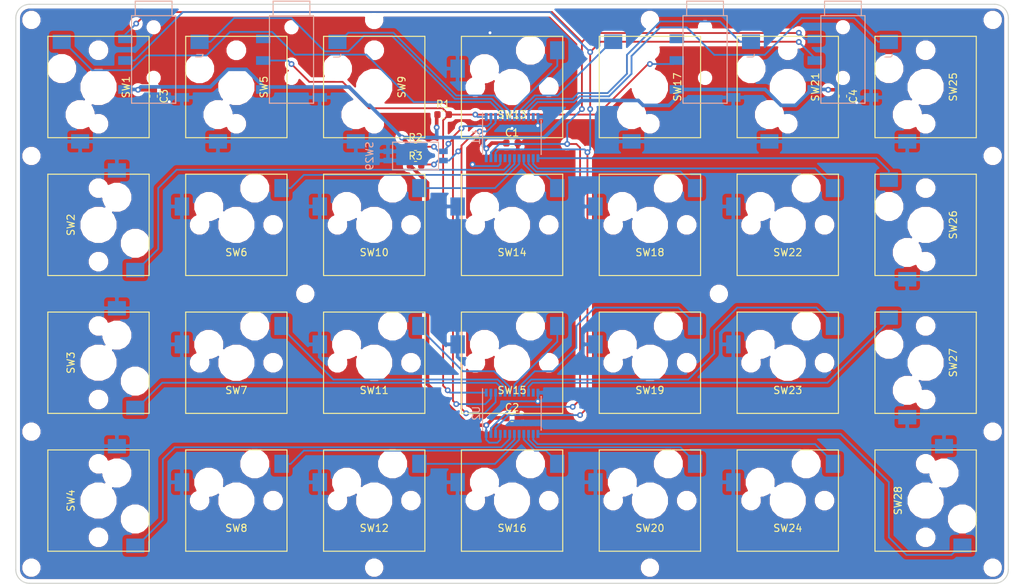
<source format=kicad_pcb>
(kicad_pcb (version 20171130) (host pcbnew 5.0.2-bee76a0~70~ubuntu18.04.1)
  (layers (0 F.Cu signal) (31 B.Cu signal) (34 B.Paste user) (35 F.Paste user) (36 B.SilkS user) (37 F.SilkS user) (38 B.Mask user) (39 F.Mask user) (44 Edge.Cuts user))
  (net 0 "")
  (net 1 3V3)
  (net 2 GND)
  (net 3 INT)
  (net 4 "Net-(J3-PadR2)")
  (net 5 A1)
  (net 6 A2)
  (net 7 R1C1)
  (net 8 R2C1)
  (net 9 R3C1)
  (net 10 R4C1)
  (net 11 R1C2)
  (net 12 R2C2)
  (net 13 R3C2)
  (net 14 R4C2)
  (net 15 R1C3)
  (net 16 R2C3)
  (net 17 R3C3)
  (net 18 R4C3)
  (net 19 R1C4)
  (net 20 R2C4)
  (net 21 R3C4)
  (net 22 R4C4)
  (net 23 R1C5)
  (net 24 R2C5)
  (net 25 R3C5)
  (net 26 R4C5)
  (net 27 R1C6)
  (net 28 R2C6)
  (net 29 R3C6)
  (net 30 R4C6)
  (net 31 R1C7)
  (net 32 R2C7)
  (net 33 R3C7)
  (net 34 R4C7)
  (net 35 "Net-(U2-Pad20)")
  (net 36 "Net-(J4-PadR2)")
  (net 37 SCL)
  (net 38 SDA)
  (net 39 "Net-(U1-Pad20)")
  (net 40 "Net-(U1-Pad11)")
  (net 41 "Net-(U2-Pad11)")
  (module library:Kailh_Socket (layer F.Cu) (at 123.19 45.72)
    (fp_text reference SW13 (at 0 3.81) (layer F.SilkS))
    (fp_text value SW_Push)
    (pad 1 smd rect (at -7.52 -2.54) (size 2 2.5) (layers B.Cu B.Paste B.Mask) (net 2 GND))
    (pad 2 smd rect (at 6.25 -5.08) (size 2 2.5) (layers B.Cu B.Paste B.Mask) (net 19 R1C4))
    (pad "" np_thru_hole circle (at 2.54 -5.08) (size 3 3) (drill 3) (layers *.Cu *.Mask))
    (pad "" np_thru_hole circle (at -3.81 -2.54) (size 3 3) (drill 3) (layers *.Cu *.Mask))
    (pad "" np_thru_hole circle (at 5.08 0) (size 1.7018 1.7018) (drill 1.7018) (layers *.Cu *.Mask))
    (pad "" np_thru_hole circle (at -5.08 0) (size 1.7018 1.7018) (drill 1.7018) (layers *.Cu *.Mask))
    (pad "" np_thru_hole circle (at 0 0) (size 3.9878 3.9878) (drill 3.9878) (layers *.Cu *.Mask))
  )
  (module library:Screw_Hole (layer F.Cu) (at 56.769 55.245)
    (fp_text reference "" (at 0 1.905) (layer F.SilkS))
    (fp_text value Screw_Hole)
    (pad "" np_thru_hole circle (at 0 0) (size 1.524 1.524) (drill 1.524) (layers *.Cu *.Mask))
  )
  (module library:Screw_Hole (layer F.Cu) (at 56.769 93.345)
    (fp_text reference "" (at 0 1.905) (layer F.SilkS))
    (fp_text value Screw_Hole)
    (pad "" np_thru_hole circle (at 0 0) (size 1.524 1.524) (drill 1.524) (layers *.Cu *.Mask))
  )
  (module library:Screw_Hole (layer F.Cu) (at 189.611 93.345)
    (fp_text reference "" (at 0 1.905) (layer F.SilkS))
    (fp_text value Screw_Hole)
    (pad "" np_thru_hole circle (at 0 0) (size 1.524 1.524) (drill 1.524) (layers *.Cu *.Mask))
  )
  (module library:Screw_Hole (layer F.Cu) (at 189.611 55.245)
    (fp_text reference "" (at 0 1.905) (layer F.SilkS))
    (fp_text value Screw_Hole)
    (pad "" np_thru_hole circle (at 0 0) (size 1.524 1.524) (drill 1.524) (layers *.Cu *.Mask))
  )
  (module library:Screw_Hole (layer F.Cu) (at 142.24 36.449)
    (fp_text reference "" (at 0 1.905) (layer F.SilkS))
    (fp_text value Screw_Hole)
    (pad "" np_thru_hole circle (at 0 0) (size 1.524 1.524) (drill 1.524) (layers *.Cu *.Mask))
  )
  (module library:Screw_Hole (layer F.Cu) (at 104.14 36.449)
    (fp_text reference "" (at 0 1.905) (layer F.SilkS))
    (fp_text value Screw_Hole)
    (pad "" np_thru_hole circle (at 0 0) (size 1.524 1.524) (drill 1.524) (layers *.Cu *.Mask))
  )
  (module library:Screw_Hole (layer F.Cu) (at 56.769 36.449)
    (fp_text reference "" (at 0 1.905) (layer F.SilkS))
    (fp_text value Screw_Hole)
    (pad "" np_thru_hole circle (at 0 0) (size 1.524 1.524) (drill 1.524) (layers *.Cu *.Mask))
  )
  (module library:Screw_Hole (layer F.Cu) (at 56.769 112.141)
    (fp_text reference "" (at 0 1.905) (layer F.SilkS))
    (fp_text value Screw_Hole)
    (pad "" np_thru_hole circle (at 0 0) (size 1.524 1.524) (drill 1.524) (layers *.Cu *.Mask))
  )
  (module library:Screw_Hole (layer F.Cu) (at 104.14 112.141)
    (fp_text reference "" (at 0 1.905) (layer F.SilkS))
    (fp_text value Screw_Hole)
    (pad "" np_thru_hole circle (at 0 0) (size 1.524 1.524) (drill 1.524) (layers *.Cu *.Mask))
  )
  (module library:Screw_Hole (layer F.Cu) (at 142.24 112.141)
    (fp_text reference "" (at 0 1.905) (layer F.SilkS))
    (fp_text value Screw_Hole)
    (pad "" np_thru_hole circle (at 0 0) (size 1.524 1.524) (drill 1.524) (layers *.Cu *.Mask))
  )
  (module library:Screw_Hole (layer F.Cu) (at 189.611 112.141)
    (fp_text reference "" (at 0 1.905) (layer F.SilkS))
    (fp_text value Screw_Hole)
    (pad "" np_thru_hole circle (at 0 0) (size 1.524 1.524) (drill 1.524) (layers *.Cu *.Mask))
  )
  (module library:Screw_Hole (layer F.Cu) (at 189.611 36.449)
    (fp_text reference "" (at 0 1.905) (layer F.SilkS))
    (fp_text value Screw_Hole)
    (pad "" np_thru_hole circle (at 0 0) (size 1.524 1.524) (drill 1.524) (layers *.Cu *.Mask))
  )
  (module library:Screw_Hole (layer F.Cu) (at 94.615 74.295)
    (fp_text reference "" (at 0 1.905) (layer F.SilkS))
    (fp_text value Screw_Hole)
    (pad "" np_thru_hole circle (at 0 0) (size 1.524 1.524) (drill 1.524) (layers *.Cu *.Mask))
  )
  (module library:Screw_Hole (layer F.Cu) (at 151.765 74.295)
    (fp_text reference "" (at 0 1.905) (layer F.SilkS))
    (fp_text value Screw_Hole)
    (pad "" np_thru_hole circle (at 0 0) (size 1.524 1.524) (drill 1.524) (layers *.Cu *.Mask))
  )
  (module Capacitor_SMD:C_0603_1608Metric (layer F.Cu) (at 73.66 46.99 270)
    (fp_text reference C3 (at 0 -1.43 270) (layer F.SilkS))
    (fp_text value "1 u")
    (pad 2 smd roundrect (at 0.7875 0 270) (size 0.875 0.95) (layers F.Cu F.Paste F.Mask) (net 2 GND))
    (pad 1 smd roundrect (at -0.7875 0 270) (size 0.875 0.95) (layers F.Cu F.Paste F.Mask) (net 1 3V3))
  )
  (module Capacitor_SMD:C_0603_1608Metric (layer F.Cu) (at 123.19 91.44)
    (fp_text reference C2 (at 0 -1.43) (layer F.SilkS))
    (fp_text value "100 p")
    (pad 2 smd roundrect (at 0.7875 0) (size 0.875 0.95) (layers F.Cu F.Paste F.Mask) (net 2 GND))
    (pad 1 smd roundrect (at -0.7875 0) (size 0.875 0.95) (layers F.Cu F.Paste F.Mask) (net 1 3V3))
  )
  (module Capacitor_SMD:C_0603_1608Metric (layer F.Cu) (at 123.19 53.467)
    (fp_text reference C1 (at 0 -1.43) (layer F.SilkS))
    (fp_text value "100 p")
    (pad 2 smd roundrect (at 0.7875 0) (size 0.875 0.95) (layers F.Cu F.Paste F.Mask) (net 2 GND))
    (pad 1 smd roundrect (at -0.7875 0) (size 0.875 0.95) (layers F.Cu F.Paste F.Mask) (net 1 3V3))
  )
  (module Package_SO:TSSOP-24_4.4x7.8mm_P0.65mm (layer B.Cu) (at 123.19 90.805 270)
    (fp_text reference U2 (at 0 4.95 270) (layer B.SilkS) (effects (justify mirror)))
    (fp_text value TCA9555PWR)
    (pad 24 smd rect (at 2.85 3.575 270) (size 1.1 0.4) (layers B.Cu B.Paste B.Mask) (net 1 3V3))
    (pad 23 smd rect (at 2.85 2.925 270) (size 1.1 0.4) (layers B.Cu B.Paste B.Mask) (net 38 SDA))
    (pad 22 smd rect (at 2.85 2.275 270) (size 1.1 0.4) (layers B.Cu B.Paste B.Mask) (net 37 SCL))
    (pad 21 smd rect (at 2.85 1.625 270) (size 1.1 0.4) (layers B.Cu B.Paste B.Mask) (net 1 3V3))
    (pad 20 smd rect (at 2.85 0.975 270) (size 1.1 0.4) (layers B.Cu B.Paste B.Mask) (net 35 "Net-(U2-Pad20)"))
    (pad 19 smd rect (at 2.85 0.325 270) (size 1.1 0.4) (layers B.Cu B.Paste B.Mask) (net 10 R4C1))
    (pad 18 smd rect (at 2.85 -0.325 270) (size 1.1 0.4) (layers B.Cu B.Paste B.Mask) (net 14 R4C2))
    (pad 17 smd rect (at 2.85 -0.975 270) (size 1.1 0.4) (layers B.Cu B.Paste B.Mask) (net 18 R4C3))
    (pad 16 smd rect (at 2.85 -1.625 270) (size 1.1 0.4) (layers B.Cu B.Paste B.Mask) (net 22 R4C4))
    (pad 15 smd rect (at 2.85 -2.275 270) (size 1.1 0.4) (layers B.Cu B.Paste B.Mask) (net 26 R4C5))
    (pad 14 smd rect (at 2.85 -2.925 270) (size 1.1 0.4) (layers B.Cu B.Paste B.Mask) (net 30 R4C6))
    (pad 13 smd rect (at 2.85 -3.575 270) (size 1.1 0.4) (layers B.Cu B.Paste B.Mask) (net 34 R4C7))
    (pad 12 smd rect (at -2.85 -3.575 270) (size 1.1 0.4) (layers B.Cu B.Paste B.Mask) (net 2 GND))
    (pad 11 smd rect (at -2.85 -2.925 270) (size 1.1 0.4) (layers B.Cu B.Paste B.Mask) (net 41 "Net-(U2-Pad11)"))
    (pad 10 smd rect (at -2.85 -2.275 270) (size 1.1 0.4) (layers B.Cu B.Paste B.Mask) (net 33 R3C7))
    (pad 9 smd rect (at -2.85 -1.625 270) (size 1.1 0.4) (layers B.Cu B.Paste B.Mask) (net 29 R3C6))
    (pad 8 smd rect (at -2.85 -0.975 270) (size 1.1 0.4) (layers B.Cu B.Paste B.Mask) (net 25 R3C5))
    (pad 7 smd rect (at -2.85 -0.325 270) (size 1.1 0.4) (layers B.Cu B.Paste B.Mask) (net 21 R3C4))
    (pad 6 smd rect (at -2.85 0.325 270) (size 1.1 0.4) (layers B.Cu B.Paste B.Mask) (net 17 R3C3))
    (pad 5 smd rect (at -2.85 0.975 270) (size 1.1 0.4) (layers B.Cu B.Paste B.Mask) (net 13 R3C2))
    (pad 4 smd rect (at -2.85 1.625 270) (size 1.1 0.4) (layers B.Cu B.Paste B.Mask) (net 9 R3C1))
    (pad 3 smd rect (at -2.85 2.275 270) (size 1.1 0.4) (layers B.Cu B.Paste B.Mask) (net 6 A2))
    (pad 2 smd rect (at -2.85 2.925 270) (size 1.1 0.4) (layers B.Cu B.Paste B.Mask) (net 5 A1))
    (pad 1 smd rect (at -2.85 3.575 270) (size 1.1 0.4) (layers B.Cu B.Paste B.Mask) (net 3 INT))
  )
  (module library:DipSwitch (layer B.Cu) (at 109.855 55.245 90)
    (fp_text reference SW29 (at 0 -6.35 90) (layer B.SilkS) (effects (justify mirror)))
    (fp_text value SW_DIP_x02)
    (pad 4 smd rect (at 0.635 -3.81 90) (size 0.76 1.27) (layers B.Cu B.Paste B.Mask) (net 2 GND))
    (pad 3 smd rect (at -0.635 -3.81 90) (size 0.76 1.27) (layers B.Cu B.Paste B.Mask) (net 2 GND))
    (pad 1 smd rect (at -0.635 3.81 90) (size 0.76 1.27) (layers B.Cu B.Paste B.Mask) (net 6 A2))
    (pad 2 smd rect (at 0.635 3.81 90) (size 0.76 1.27) (layers B.Cu B.Paste B.Mask) (net 5 A1))
  )
  (module library:Kailh_Socket (layer F.Cu) (at 180.34 102.87 270)
    (fp_text reference SW28 (at 0 3.81 270) (layer F.SilkS))
    (fp_text value SW_Push)
    (pad 1 smd rect (at -7.52 -2.54 270) (size 2 2.5) (layers B.Cu B.Paste B.Mask) (net 2 GND))
    (pad 2 smd rect (at 6.25 -5.08 270) (size 2 2.5) (layers B.Cu B.Paste B.Mask) (net 34 R4C7))
    (pad "" np_thru_hole circle (at 2.54 -5.08 270) (size 3 3) (drill 3) (layers *.Cu *.Mask))
    (pad "" np_thru_hole circle (at -3.81 -2.54 270) (size 3 3) (drill 3) (layers *.Cu *.Mask))
    (pad "" np_thru_hole circle (at 5.08 0 270) (size 1.7018 1.7018) (drill 1.7018) (layers *.Cu *.Mask))
    (pad "" np_thru_hole circle (at -5.08 0 270) (size 1.7018 1.7018) (drill 1.7018) (layers *.Cu *.Mask))
    (pad "" np_thru_hole circle (at 0 0 270) (size 3.9878 3.9878) (drill 3.9878) (layers *.Cu *.Mask))
  )
  (module library:Kailh_Socket (layer F.Cu) (at 180.34 83.82 90)
    (fp_text reference SW27 (at 0 3.81 90) (layer F.SilkS))
    (fp_text value SW_Push)
    (pad 1 smd rect (at -7.52 -2.54 90) (size 2 2.5) (layers B.Cu B.Paste B.Mask) (net 2 GND))
    (pad 2 smd rect (at 6.25 -5.08 90) (size 2 2.5) (layers B.Cu B.Paste B.Mask) (net 33 R3C7))
    (pad "" np_thru_hole circle (at 2.54 -5.08 90) (size 3 3) (drill 3) (layers *.Cu *.Mask))
    (pad "" np_thru_hole circle (at -3.81 -2.54 90) (size 3 3) (drill 3) (layers *.Cu *.Mask))
    (pad "" np_thru_hole circle (at 5.08 0 90) (size 1.7018 1.7018) (drill 1.7018) (layers *.Cu *.Mask))
    (pad "" np_thru_hole circle (at -5.08 0 90) (size 1.7018 1.7018) (drill 1.7018) (layers *.Cu *.Mask))
    (pad "" np_thru_hole circle (at 0 0 90) (size 3.9878 3.9878) (drill 3.9878) (layers *.Cu *.Mask))
  )
  (module library:Kailh_Socket (layer F.Cu) (at 180.34 64.77 90)
    (fp_text reference SW26 (at 0 3.81 90) (layer F.SilkS))
    (fp_text value SW_Push)
    (pad 1 smd rect (at -7.52 -2.54 90) (size 2 2.5) (layers B.Cu B.Paste B.Mask) (net 2 GND))
    (pad 2 smd rect (at 6.25 -5.08 90) (size 2 2.5) (layers B.Cu B.Paste B.Mask) (net 32 R2C7))
    (pad "" np_thru_hole circle (at 2.54 -5.08 90) (size 3 3) (drill 3) (layers *.Cu *.Mask))
    (pad "" np_thru_hole circle (at -3.81 -2.54 90) (size 3 3) (drill 3) (layers *.Cu *.Mask))
    (pad "" np_thru_hole circle (at 5.08 0 90) (size 1.7018 1.7018) (drill 1.7018) (layers *.Cu *.Mask))
    (pad "" np_thru_hole circle (at -5.08 0 90) (size 1.7018 1.7018) (drill 1.7018) (layers *.Cu *.Mask))
    (pad "" np_thru_hole circle (at 0 0 90) (size 3.9878 3.9878) (drill 3.9878) (layers *.Cu *.Mask))
  )
  (module library:Kailh_Socket (layer F.Cu) (at 180.34 45.72 90)
    (fp_text reference SW25 (at 0 3.81 90) (layer F.SilkS))
    (fp_text value SW_Push)
    (pad 1 smd rect (at -7.52 -2.54 90) (size 2 2.5) (layers B.Cu B.Paste B.Mask) (net 2 GND))
    (pad 2 smd rect (at 6.25 -5.08 90) (size 2 2.5) (layers B.Cu B.Paste B.Mask) (net 31 R1C7))
    (pad "" np_thru_hole circle (at 2.54 -5.08 90) (size 3 3) (drill 3) (layers *.Cu *.Mask))
    (pad "" np_thru_hole circle (at -3.81 -2.54 90) (size 3 3) (drill 3) (layers *.Cu *.Mask))
    (pad "" np_thru_hole circle (at 5.08 0 90) (size 1.7018 1.7018) (drill 1.7018) (layers *.Cu *.Mask))
    (pad "" np_thru_hole circle (at -5.08 0 90) (size 1.7018 1.7018) (drill 1.7018) (layers *.Cu *.Mask))
    (pad "" np_thru_hole circle (at 0 0 90) (size 3.9878 3.9878) (drill 3.9878) (layers *.Cu *.Mask))
  )
  (module library:Kailh_Socket (layer F.Cu) (at 161.29 102.87)
    (fp_text reference SW24 (at 0 3.81) (layer F.SilkS))
    (fp_text value SW_Push)
    (pad 1 smd rect (at -7.52 -2.54) (size 2 2.5) (layers B.Cu B.Paste B.Mask) (net 2 GND))
    (pad 2 smd rect (at 6.25 -5.08) (size 2 2.5) (layers B.Cu B.Paste B.Mask) (net 30 R4C6))
    (pad "" np_thru_hole circle (at 2.54 -5.08) (size 3 3) (drill 3) (layers *.Cu *.Mask))
    (pad "" np_thru_hole circle (at -3.81 -2.54) (size 3 3) (drill 3) (layers *.Cu *.Mask))
    (pad "" np_thru_hole circle (at 5.08 0) (size 1.7018 1.7018) (drill 1.7018) (layers *.Cu *.Mask))
    (pad "" np_thru_hole circle (at -5.08 0) (size 1.7018 1.7018) (drill 1.7018) (layers *.Cu *.Mask))
    (pad "" np_thru_hole circle (at 0 0) (size 3.9878 3.9878) (drill 3.9878) (layers *.Cu *.Mask))
  )
  (module library:Kailh_Socket (layer F.Cu) (at 161.29 83.82)
    (fp_text reference SW23 (at 0 3.81) (layer F.SilkS))
    (fp_text value SW_Push)
    (pad 1 smd rect (at -7.52 -2.54) (size 2 2.5) (layers B.Cu B.Paste B.Mask) (net 2 GND))
    (pad 2 smd rect (at 6.25 -5.08) (size 2 2.5) (layers B.Cu B.Paste B.Mask) (net 29 R3C6))
    (pad "" np_thru_hole circle (at 2.54 -5.08) (size 3 3) (drill 3) (layers *.Cu *.Mask))
    (pad "" np_thru_hole circle (at -3.81 -2.54) (size 3 3) (drill 3) (layers *.Cu *.Mask))
    (pad "" np_thru_hole circle (at 5.08 0) (size 1.7018 1.7018) (drill 1.7018) (layers *.Cu *.Mask))
    (pad "" np_thru_hole circle (at -5.08 0) (size 1.7018 1.7018) (drill 1.7018) (layers *.Cu *.Mask))
    (pad "" np_thru_hole circle (at 0 0) (size 3.9878 3.9878) (drill 3.9878) (layers *.Cu *.Mask))
  )
  (module library:Kailh_Socket (layer F.Cu) (at 161.29 64.77)
    (fp_text reference SW22 (at 0 3.81) (layer F.SilkS))
    (fp_text value SW_Push)
    (pad 1 smd rect (at -7.52 -2.54) (size 2 2.5) (layers B.Cu B.Paste B.Mask) (net 2 GND))
    (pad 2 smd rect (at 6.25 -5.08) (size 2 2.5) (layers B.Cu B.Paste B.Mask) (net 28 R2C6))
    (pad "" np_thru_hole circle (at 2.54 -5.08) (size 3 3) (drill 3) (layers *.Cu *.Mask))
    (pad "" np_thru_hole circle (at -3.81 -2.54) (size 3 3) (drill 3) (layers *.Cu *.Mask))
    (pad "" np_thru_hole circle (at 5.08 0) (size 1.7018 1.7018) (drill 1.7018) (layers *.Cu *.Mask))
    (pad "" np_thru_hole circle (at -5.08 0) (size 1.7018 1.7018) (drill 1.7018) (layers *.Cu *.Mask))
    (pad "" np_thru_hole circle (at 0 0) (size 3.9878 3.9878) (drill 3.9878) (layers *.Cu *.Mask))
  )
  (module library:Kailh_Socket (layer F.Cu) (at 161.29 45.72 90)
    (fp_text reference SW21 (at 0 3.81 90) (layer F.SilkS))
    (fp_text value SW_Push)
    (pad 1 smd rect (at -7.52 -2.54 90) (size 2 2.5) (layers B.Cu B.Paste B.Mask) (net 2 GND))
    (pad 2 smd rect (at 6.25 -5.08 90) (size 2 2.5) (layers B.Cu B.Paste B.Mask) (net 27 R1C6))
    (pad "" np_thru_hole circle (at 2.54 -5.08 90) (size 3 3) (drill 3) (layers *.Cu *.Mask))
    (pad "" np_thru_hole circle (at -3.81 -2.54 90) (size 3 3) (drill 3) (layers *.Cu *.Mask))
    (pad "" np_thru_hole circle (at 5.08 0 90) (size 1.7018 1.7018) (drill 1.7018) (layers *.Cu *.Mask))
    (pad "" np_thru_hole circle (at -5.08 0 90) (size 1.7018 1.7018) (drill 1.7018) (layers *.Cu *.Mask))
    (pad "" np_thru_hole circle (at 0 0 90) (size 3.9878 3.9878) (drill 3.9878) (layers *.Cu *.Mask))
  )
  (module library:Kailh_Socket (layer F.Cu) (at 142.24 102.87)
    (fp_text reference SW20 (at 0 3.81) (layer F.SilkS))
    (fp_text value SW_Push)
    (pad 1 smd rect (at -7.52 -2.54) (size 2 2.5) (layers B.Cu B.Paste B.Mask) (net 2 GND))
    (pad 2 smd rect (at 6.25 -5.08) (size 2 2.5) (layers B.Cu B.Paste B.Mask) (net 26 R4C5))
    (pad "" np_thru_hole circle (at 2.54 -5.08) (size 3 3) (drill 3) (layers *.Cu *.Mask))
    (pad "" np_thru_hole circle (at -3.81 -2.54) (size 3 3) (drill 3) (layers *.Cu *.Mask))
    (pad "" np_thru_hole circle (at 5.08 0) (size 1.7018 1.7018) (drill 1.7018) (layers *.Cu *.Mask))
    (pad "" np_thru_hole circle (at -5.08 0) (size 1.7018 1.7018) (drill 1.7018) (layers *.Cu *.Mask))
    (pad "" np_thru_hole circle (at 0 0) (size 3.9878 3.9878) (drill 3.9878) (layers *.Cu *.Mask))
  )
  (module library:Kailh_Socket (layer F.Cu) (at 142.24 83.82)
    (fp_text reference SW19 (at 0 3.81) (layer F.SilkS))
    (fp_text value SW_Push)
    (pad 1 smd rect (at -7.52 -2.54) (size 2 2.5) (layers B.Cu B.Paste B.Mask) (net 2 GND))
    (pad 2 smd rect (at 6.25 -5.08) (size 2 2.5) (layers B.Cu B.Paste B.Mask) (net 25 R3C5))
    (pad "" np_thru_hole circle (at 2.54 -5.08) (size 3 3) (drill 3) (layers *.Cu *.Mask))
    (pad "" np_thru_hole circle (at -3.81 -2.54) (size 3 3) (drill 3) (layers *.Cu *.Mask))
    (pad "" np_thru_hole circle (at 5.08 0) (size 1.7018 1.7018) (drill 1.7018) (layers *.Cu *.Mask))
    (pad "" np_thru_hole circle (at -5.08 0) (size 1.7018 1.7018) (drill 1.7018) (layers *.Cu *.Mask))
    (pad "" np_thru_hole circle (at 0 0) (size 3.9878 3.9878) (drill 3.9878) (layers *.Cu *.Mask))
  )
  (module library:Kailh_Socket (layer F.Cu) (at 142.24 64.77)
    (fp_text reference SW18 (at 0 3.81) (layer F.SilkS))
    (fp_text value SW_Push)
    (pad 1 smd rect (at -7.52 -2.54) (size 2 2.5) (layers B.Cu B.Paste B.Mask) (net 2 GND))
    (pad 2 smd rect (at 6.25 -5.08) (size 2 2.5) (layers B.Cu B.Paste B.Mask) (net 24 R2C5))
    (pad "" np_thru_hole circle (at 2.54 -5.08) (size 3 3) (drill 3) (layers *.Cu *.Mask))
    (pad "" np_thru_hole circle (at -3.81 -2.54) (size 3 3) (drill 3) (layers *.Cu *.Mask))
    (pad "" np_thru_hole circle (at 5.08 0) (size 1.7018 1.7018) (drill 1.7018) (layers *.Cu *.Mask))
    (pad "" np_thru_hole circle (at -5.08 0) (size 1.7018 1.7018) (drill 1.7018) (layers *.Cu *.Mask))
    (pad "" np_thru_hole circle (at 0 0) (size 3.9878 3.9878) (drill 3.9878) (layers *.Cu *.Mask))
  )
  (module library:Kailh_Socket (layer F.Cu) (at 142.24 45.72 90)
    (fp_text reference SW17 (at 0 3.81 90) (layer F.SilkS))
    (fp_text value SW_Push)
    (pad 1 smd rect (at -7.52 -2.54 90) (size 2 2.5) (layers B.Cu B.Paste B.Mask) (net 2 GND))
    (pad 2 smd rect (at 6.25 -5.08 90) (size 2 2.5) (layers B.Cu B.Paste B.Mask) (net 23 R1C5))
    (pad "" np_thru_hole circle (at 2.54 -5.08 90) (size 3 3) (drill 3) (layers *.Cu *.Mask))
    (pad "" np_thru_hole circle (at -3.81 -2.54 90) (size 3 3) (drill 3) (layers *.Cu *.Mask))
    (pad "" np_thru_hole circle (at 5.08 0 90) (size 1.7018 1.7018) (drill 1.7018) (layers *.Cu *.Mask))
    (pad "" np_thru_hole circle (at -5.08 0 90) (size 1.7018 1.7018) (drill 1.7018) (layers *.Cu *.Mask))
    (pad "" np_thru_hole circle (at 0 0 90) (size 3.9878 3.9878) (drill 3.9878) (layers *.Cu *.Mask))
  )
  (module library:Kailh_Socket (layer F.Cu) (at 123.19 102.87)
    (fp_text reference SW16 (at 0 3.81) (layer F.SilkS))
    (fp_text value SW_Push)
    (pad 1 smd rect (at -7.52 -2.54) (size 2 2.5) (layers B.Cu B.Paste B.Mask) (net 2 GND))
    (pad 2 smd rect (at 6.25 -5.08) (size 2 2.5) (layers B.Cu B.Paste B.Mask) (net 22 R4C4))
    (pad "" np_thru_hole circle (at 2.54 -5.08) (size 3 3) (drill 3) (layers *.Cu *.Mask))
    (pad "" np_thru_hole circle (at -3.81 -2.54) (size 3 3) (drill 3) (layers *.Cu *.Mask))
    (pad "" np_thru_hole circle (at 5.08 0) (size 1.7018 1.7018) (drill 1.7018) (layers *.Cu *.Mask))
    (pad "" np_thru_hole circle (at -5.08 0) (size 1.7018 1.7018) (drill 1.7018) (layers *.Cu *.Mask))
    (pad "" np_thru_hole circle (at 0 0) (size 3.9878 3.9878) (drill 3.9878) (layers *.Cu *.Mask))
  )
  (module library:Kailh_Socket (layer F.Cu) (at 123.19 83.82)
    (fp_text reference SW15 (at 0 3.81) (layer F.SilkS))
    (fp_text value SW_Push)
    (pad 1 smd rect (at -7.52 -2.54) (size 2 2.5) (layers B.Cu B.Paste B.Mask) (net 2 GND))
    (pad 2 smd rect (at 6.25 -5.08) (size 2 2.5) (layers B.Cu B.Paste B.Mask) (net 21 R3C4))
    (pad "" np_thru_hole circle (at 2.54 -5.08) (size 3 3) (drill 3) (layers *.Cu *.Mask))
    (pad "" np_thru_hole circle (at -3.81 -2.54) (size 3 3) (drill 3) (layers *.Cu *.Mask))
    (pad "" np_thru_hole circle (at 5.08 0) (size 1.7018 1.7018) (drill 1.7018) (layers *.Cu *.Mask))
    (pad "" np_thru_hole circle (at -5.08 0) (size 1.7018 1.7018) (drill 1.7018) (layers *.Cu *.Mask))
    (pad "" np_thru_hole circle (at 0 0) (size 3.9878 3.9878) (drill 3.9878) (layers *.Cu *.Mask))
  )
  (module library:Kailh_Socket (layer F.Cu) (at 123.19 64.77)
    (fp_text reference SW14 (at 0 3.81) (layer F.SilkS))
    (fp_text value SW_Push)
    (pad 1 smd rect (at -7.52 -2.54) (size 2 2.5) (layers B.Cu B.Paste B.Mask) (net 2 GND))
    (pad 2 smd rect (at 6.25 -5.08) (size 2 2.5) (layers B.Cu B.Paste B.Mask) (net 20 R2C4))
    (pad "" np_thru_hole circle (at 2.54 -5.08) (size 3 3) (drill 3) (layers *.Cu *.Mask))
    (pad "" np_thru_hole circle (at -3.81 -2.54) (size 3 3) (drill 3) (layers *.Cu *.Mask))
    (pad "" np_thru_hole circle (at 5.08 0) (size 1.7018 1.7018) (drill 1.7018) (layers *.Cu *.Mask))
    (pad "" np_thru_hole circle (at -5.08 0) (size 1.7018 1.7018) (drill 1.7018) (layers *.Cu *.Mask))
    (pad "" np_thru_hole circle (at 0 0) (size 3.9878 3.9878) (drill 3.9878) (layers *.Cu *.Mask))
  )
  (module library:Kailh_Socket (layer F.Cu) (at 104.14 102.87)
    (fp_text reference SW12 (at 0 3.81) (layer F.SilkS))
    (fp_text value SW_Push)
    (pad 1 smd rect (at -7.52 -2.54) (size 2 2.5) (layers B.Cu B.Paste B.Mask) (net 2 GND))
    (pad 2 smd rect (at 6.25 -5.08) (size 2 2.5) (layers B.Cu B.Paste B.Mask) (net 18 R4C3))
    (pad "" np_thru_hole circle (at 2.54 -5.08) (size 3 3) (drill 3) (layers *.Cu *.Mask))
    (pad "" np_thru_hole circle (at -3.81 -2.54) (size 3 3) (drill 3) (layers *.Cu *.Mask))
    (pad "" np_thru_hole circle (at 5.08 0) (size 1.7018 1.7018) (drill 1.7018) (layers *.Cu *.Mask))
    (pad "" np_thru_hole circle (at -5.08 0) (size 1.7018 1.7018) (drill 1.7018) (layers *.Cu *.Mask))
    (pad "" np_thru_hole circle (at 0 0) (size 3.9878 3.9878) (drill 3.9878) (layers *.Cu *.Mask))
  )
  (module library:Kailh_Socket (layer F.Cu) (at 104.14 83.82)
    (fp_text reference SW11 (at 0 3.81) (layer F.SilkS))
    (fp_text value SW_Push)
    (pad 1 smd rect (at -7.52 -2.54) (size 2 2.5) (layers B.Cu B.Paste B.Mask) (net 2 GND))
    (pad 2 smd rect (at 6.25 -5.08) (size 2 2.5) (layers B.Cu B.Paste B.Mask) (net 17 R3C3))
    (pad "" np_thru_hole circle (at 2.54 -5.08) (size 3 3) (drill 3) (layers *.Cu *.Mask))
    (pad "" np_thru_hole circle (at -3.81 -2.54) (size 3 3) (drill 3) (layers *.Cu *.Mask))
    (pad "" np_thru_hole circle (at 5.08 0) (size 1.7018 1.7018) (drill 1.7018) (layers *.Cu *.Mask))
    (pad "" np_thru_hole circle (at -5.08 0) (size 1.7018 1.7018) (drill 1.7018) (layers *.Cu *.Mask))
    (pad "" np_thru_hole circle (at 0 0) (size 3.9878 3.9878) (drill 3.9878) (layers *.Cu *.Mask))
  )
  (module library:Kailh_Socket (layer F.Cu) (at 104.14 64.77)
    (fp_text reference SW10 (at 0 3.81) (layer F.SilkS))
    (fp_text value SW_Push)
    (pad 1 smd rect (at -7.52 -2.54) (size 2 2.5) (layers B.Cu B.Paste B.Mask) (net 2 GND))
    (pad 2 smd rect (at 6.25 -5.08) (size 2 2.5) (layers B.Cu B.Paste B.Mask) (net 16 R2C3))
    (pad "" np_thru_hole circle (at 2.54 -5.08) (size 3 3) (drill 3) (layers *.Cu *.Mask))
    (pad "" np_thru_hole circle (at -3.81 -2.54) (size 3 3) (drill 3) (layers *.Cu *.Mask))
    (pad "" np_thru_hole circle (at 5.08 0) (size 1.7018 1.7018) (drill 1.7018) (layers *.Cu *.Mask))
    (pad "" np_thru_hole circle (at -5.08 0) (size 1.7018 1.7018) (drill 1.7018) (layers *.Cu *.Mask))
    (pad "" np_thru_hole circle (at 0 0) (size 3.9878 3.9878) (drill 3.9878) (layers *.Cu *.Mask))
  )
  (module library:Kailh_Socket (layer F.Cu) (at 104.14 45.72 90)
    (fp_text reference SW9 (at 0 3.81 90) (layer F.SilkS))
    (fp_text value SW_Push)
    (pad 1 smd rect (at -7.52 -2.54 90) (size 2 2.5) (layers B.Cu B.Paste B.Mask) (net 2 GND))
    (pad 2 smd rect (at 6.25 -5.08 90) (size 2 2.5) (layers B.Cu B.Paste B.Mask) (net 15 R1C3))
    (pad "" np_thru_hole circle (at 2.54 -5.08 90) (size 3 3) (drill 3) (layers *.Cu *.Mask))
    (pad "" np_thru_hole circle (at -3.81 -2.54 90) (size 3 3) (drill 3) (layers *.Cu *.Mask))
    (pad "" np_thru_hole circle (at 5.08 0 90) (size 1.7018 1.7018) (drill 1.7018) (layers *.Cu *.Mask))
    (pad "" np_thru_hole circle (at -5.08 0 90) (size 1.7018 1.7018) (drill 1.7018) (layers *.Cu *.Mask))
    (pad "" np_thru_hole circle (at 0 0 90) (size 3.9878 3.9878) (drill 3.9878) (layers *.Cu *.Mask))
  )
  (module library:Kailh_Socket (layer F.Cu) (at 85.09 102.87)
    (fp_text reference SW8 (at 0 3.81) (layer F.SilkS))
    (fp_text value SW_Push)
    (pad 1 smd rect (at -7.52 -2.54) (size 2 2.5) (layers B.Cu B.Paste B.Mask) (net 2 GND))
    (pad 2 smd rect (at 6.25 -5.08) (size 2 2.5) (layers B.Cu B.Paste B.Mask) (net 14 R4C2))
    (pad "" np_thru_hole circle (at 2.54 -5.08) (size 3 3) (drill 3) (layers *.Cu *.Mask))
    (pad "" np_thru_hole circle (at -3.81 -2.54) (size 3 3) (drill 3) (layers *.Cu *.Mask))
    (pad "" np_thru_hole circle (at 5.08 0) (size 1.7018 1.7018) (drill 1.7018) (layers *.Cu *.Mask))
    (pad "" np_thru_hole circle (at -5.08 0) (size 1.7018 1.7018) (drill 1.7018) (layers *.Cu *.Mask))
    (pad "" np_thru_hole circle (at 0 0) (size 3.9878 3.9878) (drill 3.9878) (layers *.Cu *.Mask))
  )
  (module library:Kailh_Socket (layer F.Cu) (at 66.04 102.87 270)
    (fp_text reference SW4 (at 0 3.81 270) (layer F.SilkS))
    (fp_text value SW_Push)
    (pad 1 smd rect (at -7.52 -2.54 270) (size 2 2.5) (layers B.Cu B.Paste B.Mask) (net 2 GND))
    (pad 2 smd rect (at 6.25 -5.08 270) (size 2 2.5) (layers B.Cu B.Paste B.Mask) (net 10 R4C1))
    (pad "" np_thru_hole circle (at 2.54 -5.08 270) (size 3 3) (drill 3) (layers *.Cu *.Mask))
    (pad "" np_thru_hole circle (at -3.81 -2.54 270) (size 3 3) (drill 3) (layers *.Cu *.Mask))
    (pad "" np_thru_hole circle (at 5.08 0 270) (size 1.7018 1.7018) (drill 1.7018) (layers *.Cu *.Mask))
    (pad "" np_thru_hole circle (at -5.08 0 270) (size 1.7018 1.7018) (drill 1.7018) (layers *.Cu *.Mask))
    (pad "" np_thru_hole circle (at 0 0 270) (size 3.9878 3.9878) (drill 3.9878) (layers *.Cu *.Mask))
  )
  (module library:Kailh_Socket (layer F.Cu) (at 66.04 83.82 270)
    (fp_text reference SW3 (at 0 3.81 270) (layer F.SilkS))
    (fp_text value SW_Push)
    (pad 1 smd rect (at -7.52 -2.54 270) (size 2 2.5) (layers B.Cu B.Paste B.Mask) (net 2 GND))
    (pad 2 smd rect (at 6.25 -5.08 270) (size 2 2.5) (layers B.Cu B.Paste B.Mask) (net 9 R3C1))
    (pad "" np_thru_hole circle (at 2.54 -5.08 270) (size 3 3) (drill 3) (layers *.Cu *.Mask))
    (pad "" np_thru_hole circle (at -3.81 -2.54 270) (size 3 3) (drill 3) (layers *.Cu *.Mask))
    (pad "" np_thru_hole circle (at 5.08 0 270) (size 1.7018 1.7018) (drill 1.7018) (layers *.Cu *.Mask))
    (pad "" np_thru_hole circle (at -5.08 0 270) (size 1.7018 1.7018) (drill 1.7018) (layers *.Cu *.Mask))
    (pad "" np_thru_hole circle (at 0 0 270) (size 3.9878 3.9878) (drill 3.9878) (layers *.Cu *.Mask))
  )
  (module library:Kailh_Socket (layer F.Cu) (at 66.04 64.77 270)
    (fp_text reference SW2 (at 0 3.81 270) (layer F.SilkS))
    (fp_text value SW_Push)
    (pad 1 smd rect (at -7.52 -2.54 270) (size 2 2.5) (layers B.Cu B.Paste B.Mask) (net 2 GND))
    (pad 2 smd rect (at 6.25 -5.08 270) (size 2 2.5) (layers B.Cu B.Paste B.Mask) (net 8 R2C1))
    (pad "" np_thru_hole circle (at 2.54 -5.08 270) (size 3 3) (drill 3) (layers *.Cu *.Mask))
    (pad "" np_thru_hole circle (at -3.81 -2.54 270) (size 3 3) (drill 3) (layers *.Cu *.Mask))
    (pad "" np_thru_hole circle (at 5.08 0 270) (size 1.7018 1.7018) (drill 1.7018) (layers *.Cu *.Mask))
    (pad "" np_thru_hole circle (at -5.08 0 270) (size 1.7018 1.7018) (drill 1.7018) (layers *.Cu *.Mask))
    (pad "" np_thru_hole circle (at 0 0 270) (size 3.9878 3.9878) (drill 3.9878) (layers *.Cu *.Mask))
  )
  (module Resistor_SMD:R_0603_1608Metric (layer F.Cu) (at 109.855 53.975)
    (fp_text reference R2 (at 0 -1.27) (layer F.SilkS))
    (fp_text value "1 M")
    (pad 2 smd roundrect (at 0.7875 0) (size 0.875 0.95) (layers F.Cu F.Paste F.Mask) (net 5 A1))
    (pad 1 smd roundrect (at -0.7875 0) (size 0.875 0.95) (layers F.Cu F.Paste F.Mask) (net 1 3V3))
  )
  (module Resistor_SMD:R_0603_1608Metric (layer F.Cu) (at 113.665 49.53)
    (fp_text reference R1 (at 0 -1.43) (layer F.SilkS))
    (fp_text value "10 kΩ")
    (pad 2 smd roundrect (at 0.7875 0) (size 0.875 0.95) (layers F.Cu F.Paste F.Mask) (net 3 INT))
    (pad 1 smd roundrect (at -0.7875 0) (size 0.875 0.95) (layers F.Cu F.Paste F.Mask) (net 1 3V3))
  )
  (module library:Kailh_Socket (layer F.Cu) (at 66.04 45.72 90)
    (fp_text reference SW1 (at 0 3.81 90) (layer F.SilkS))
    (fp_text value SW_Push)
    (pad 1 smd rect (at -7.52 -2.54 90) (size 2 2.5) (layers B.Cu B.Paste B.Mask) (net 2 GND))
    (pad 2 smd rect (at 6.25 -5.08 90) (size 2 2.5) (layers B.Cu B.Paste B.Mask) (net 7 R1C1))
    (pad "" np_thru_hole circle (at 2.54 -5.08 90) (size 3 3) (drill 3) (layers *.Cu *.Mask))
    (pad "" np_thru_hole circle (at -3.81 -2.54 90) (size 3 3) (drill 3) (layers *.Cu *.Mask))
    (pad "" np_thru_hole circle (at 5.08 0 90) (size 1.7018 1.7018) (drill 1.7018) (layers *.Cu *.Mask))
    (pad "" np_thru_hole circle (at -5.08 0 90) (size 1.7018 1.7018) (drill 1.7018) (layers *.Cu *.Mask))
    (pad "" np_thru_hole circle (at 0 0 90) (size 3.9878 3.9878) (drill 3.9878) (layers *.Cu *.Mask))
  )
  (module library:Kailh_Socket (layer F.Cu) (at 85.09 45.72 90)
    (fp_text reference SW5 (at 0 3.81 90) (layer F.SilkS))
    (fp_text value SW_Push)
    (pad 1 smd rect (at -7.52 -2.54 90) (size 2 2.5) (layers B.Cu B.Paste B.Mask) (net 2 GND))
    (pad 2 smd rect (at 6.25 -5.08 90) (size 2 2.5) (layers B.Cu B.Paste B.Mask) (net 11 R1C2))
    (pad "" np_thru_hole circle (at 2.54 -5.08 90) (size 3 3) (drill 3) (layers *.Cu *.Mask))
    (pad "" np_thru_hole circle (at -3.81 -2.54 90) (size 3 3) (drill 3) (layers *.Cu *.Mask))
    (pad "" np_thru_hole circle (at 5.08 0 90) (size 1.7018 1.7018) (drill 1.7018) (layers *.Cu *.Mask))
    (pad "" np_thru_hole circle (at -5.08 0 90) (size 1.7018 1.7018) (drill 1.7018) (layers *.Cu *.Mask))
    (pad "" np_thru_hole circle (at 0 0 90) (size 3.9878 3.9878) (drill 3.9878) (layers *.Cu *.Mask))
  )
  (module Package_SO:TSSOP-24_4.4x7.8mm_P0.65mm (layer B.Cu) (at 123.19 52.705 270)
    (fp_text reference U1 (at 0 4.95 270) (layer B.SilkS) (effects (justify mirror)))
    (fp_text value TCA9555PWR)
    (pad 24 smd rect (at 2.85 3.575 270) (size 1.1 0.4) (layers B.Cu B.Paste B.Mask) (net 1 3V3))
    (pad 23 smd rect (at 2.85 2.925 270) (size 1.1 0.4) (layers B.Cu B.Paste B.Mask) (net 38 SDA))
    (pad 22 smd rect (at 2.85 2.275 270) (size 1.1 0.4) (layers B.Cu B.Paste B.Mask) (net 37 SCL))
    (pad 21 smd rect (at 2.85 1.625 270) (size 1.1 0.4) (layers B.Cu B.Paste B.Mask) (net 2 GND))
    (pad 20 smd rect (at 2.85 0.975 270) (size 1.1 0.4) (layers B.Cu B.Paste B.Mask) (net 39 "Net-(U1-Pad20)"))
    (pad 19 smd rect (at 2.85 0.325 270) (size 1.1 0.4) (layers B.Cu B.Paste B.Mask) (net 8 R2C1))
    (pad 18 smd rect (at 2.85 -0.325 270) (size 1.1 0.4) (layers B.Cu B.Paste B.Mask) (net 12 R2C2))
    (pad 17 smd rect (at 2.85 -0.975 270) (size 1.1 0.4) (layers B.Cu B.Paste B.Mask) (net 16 R2C3))
    (pad 16 smd rect (at 2.85 -1.625 270) (size 1.1 0.4) (layers B.Cu B.Paste B.Mask) (net 20 R2C4))
    (pad 15 smd rect (at 2.85 -2.275 270) (size 1.1 0.4) (layers B.Cu B.Paste B.Mask) (net 24 R2C5))
    (pad 14 smd rect (at 2.85 -2.925 270) (size 1.1 0.4) (layers B.Cu B.Paste B.Mask) (net 28 R2C6))
    (pad 13 smd rect (at 2.85 -3.575 270) (size 1.1 0.4) (layers B.Cu B.Paste B.Mask) (net 32 R2C7))
    (pad 12 smd rect (at -2.85 -3.575 270) (size 1.1 0.4) (layers B.Cu B.Paste B.Mask) (net 2 GND))
    (pad 11 smd rect (at -2.85 -2.925 270) (size 1.1 0.4) (layers B.Cu B.Paste B.Mask) (net 40 "Net-(U1-Pad11)"))
    (pad 10 smd rect (at -2.85 -2.275 270) (size 1.1 0.4) (layers B.Cu B.Paste B.Mask) (net 31 R1C7))
    (pad 9 smd rect (at -2.85 -1.625 270) (size 1.1 0.4) (layers B.Cu B.Paste B.Mask) (net 27 R1C6))
    (pad 8 smd rect (at -2.85 -0.975 270) (size 1.1 0.4) (layers B.Cu B.Paste B.Mask) (net 23 R1C5))
    (pad 7 smd rect (at -2.85 -0.325 270) (size 1.1 0.4) (layers B.Cu B.Paste B.Mask) (net 19 R1C4))
    (pad 6 smd rect (at -2.85 0.325 270) (size 1.1 0.4) (layers B.Cu B.Paste B.Mask) (net 15 R1C3))
    (pad 5 smd rect (at -2.85 0.975 270) (size 1.1 0.4) (layers B.Cu B.Paste B.Mask) (net 11 R1C2))
    (pad 4 smd rect (at -2.85 1.625 270) (size 1.1 0.4) (layers B.Cu B.Paste B.Mask) (net 7 R1C1))
    (pad 3 smd rect (at -2.85 2.275 270) (size 1.1 0.4) (layers B.Cu B.Paste B.Mask) (net 6 A2))
    (pad 2 smd rect (at -2.85 2.925 270) (size 1.1 0.4) (layers B.Cu B.Paste B.Mask) (net 5 A1))
    (pad 1 smd rect (at -2.85 3.575 270) (size 1.1 0.4) (layers B.Cu B.Paste B.Mask) (net 3 INT))
  )
  (module library:Kailh_Socket (layer F.Cu) (at 85.09 83.82)
    (fp_text reference SW7 (at 0 3.81) (layer F.SilkS))
    (fp_text value SW_Push)
    (pad 1 smd rect (at -7.52 -2.54) (size 2 2.5) (layers B.Cu B.Paste B.Mask) (net 2 GND))
    (pad 2 smd rect (at 6.25 -5.08) (size 2 2.5) (layers B.Cu B.Paste B.Mask) (net 13 R3C2))
    (pad "" np_thru_hole circle (at 2.54 -5.08) (size 3 3) (drill 3) (layers *.Cu *.Mask))
    (pad "" np_thru_hole circle (at -3.81 -2.54) (size 3 3) (drill 3) (layers *.Cu *.Mask))
    (pad "" np_thru_hole circle (at 5.08 0) (size 1.7018 1.7018) (drill 1.7018) (layers *.Cu *.Mask))
    (pad "" np_thru_hole circle (at -5.08 0) (size 1.7018 1.7018) (drill 1.7018) (layers *.Cu *.Mask))
    (pad "" np_thru_hole circle (at 0 0) (size 3.9878 3.9878) (drill 3.9878) (layers *.Cu *.Mask))
  )
  (module library:Kailh_Socket (layer F.Cu) (at 85.09 64.77)
    (fp_text reference SW6 (at 0 3.81) (layer F.SilkS))
    (fp_text value SW_Push)
    (pad 1 smd rect (at -7.52 -2.54) (size 2 2.5) (layers B.Cu B.Paste B.Mask) (net 2 GND))
    (pad 2 smd rect (at 6.25 -5.08) (size 2 2.5) (layers B.Cu B.Paste B.Mask) (net 12 R2C2))
    (pad "" np_thru_hole circle (at 2.54 -5.08) (size 3 3) (drill 3) (layers *.Cu *.Mask))
    (pad "" np_thru_hole circle (at -3.81 -2.54) (size 3 3) (drill 3) (layers *.Cu *.Mask))
    (pad "" np_thru_hole circle (at 5.08 0) (size 1.7018 1.7018) (drill 1.7018) (layers *.Cu *.Mask))
    (pad "" np_thru_hole circle (at -5.08 0) (size 1.7018 1.7018) (drill 1.7018) (layers *.Cu *.Mask))
    (pad "" np_thru_hole circle (at 0 0) (size 3.9878 3.9878) (drill 3.9878) (layers *.Cu *.Mask))
  )
  (module Resistor_SMD:R_0603_1608Metric (layer F.Cu) (at 109.855 56.515)
    (fp_text reference R3 (at 0 -1.27) (layer F.SilkS))
    (fp_text value "1 M")
    (pad 2 smd roundrect (at 0.7875 0) (size 0.875 0.95) (layers F.Cu F.Paste F.Mask) (net 6 A2))
    (pad 1 smd roundrect (at -0.7875 0) (size 0.875 0.95) (layers F.Cu F.Paste F.Mask) (net 1 3V3))
  )
  (module library:TRRS_SMD_PJ320 (layer B.Cu) (at 73.66 41.91 270)
    (fp_text reference J1 (at 0 -6.35 270) (layer B.SilkS) (effects (justify mirror)))
    (fp_text value AudioJack4)
    (pad R2 smd rect (at -2.85 3.9 270) (size 1.2 2) (layers B.Cu B.Paste B.Mask) (net 38 SDA))
    (pad R1 smd rect (at 0.15 3.9 270) (size 1.2 2) (layers B.Cu B.Paste B.Mask) (net 37 SCL))
    (pad T smd rect (at 4.15 3.9 270) (size 1.2 2) (layers B.Cu B.Paste B.Mask) (net 1 3V3))
    (pad S smd rect (at 5.25 -3.9 270) (size 1.2 2) (layers B.Cu B.Paste B.Mask) (net 2 GND))
    (pad "" np_thru_hole circle (at 2.55 0 270) (size 0.95 0.95) (drill 0.95) (layers *.Cu *.Mask))
    (pad "" np_thru_hole circle (at -4.45 0 270) (size 0.95 0.95) (drill 0.95) (layers *.Cu *.Mask))
  )
  (module library:TRRS_SMD_PJ320 (layer B.Cu) (at 92.71 41.91 270)
    (fp_text reference J3 (at 0 -6.35 270) (layer B.SilkS) (effects (justify mirror)))
    (fp_text value AudioJack4)
    (pad R2 smd rect (at -2.85 3.9 270) (size 1.2 2) (layers B.Cu B.Paste B.Mask) (net 4 "Net-(J3-PadR2)"))
    (pad R1 smd rect (at 0.15 3.9 270) (size 1.2 2) (layers B.Cu B.Paste B.Mask) (net 3 INT))
    (pad T smd rect (at 4.15 3.9 270) (size 1.2 2) (layers B.Cu B.Paste B.Mask) (net 1 3V3))
    (pad S smd rect (at 5.25 -3.9 270) (size 1.2 2) (layers B.Cu B.Paste B.Mask) (net 2 GND))
    (pad "" np_thru_hole circle (at 2.55 0 270) (size 0.95 0.95) (drill 0.95) (layers *.Cu *.Mask))
    (pad "" np_thru_hole circle (at -4.45 0 270) (size 0.95 0.95) (drill 0.95) (layers *.Cu *.Mask))
  )
  (module library:TRRS_SMD_PJ320 (layer B.Cu) (at 149.86 41.91 270)
    (fp_text reference J4 (at 0 -6.35 270) (layer B.SilkS) (effects (justify mirror)))
    (fp_text value AudioJack4)
    (pad R2 smd rect (at -2.85 3.9 270) (size 1.2 2) (layers B.Cu B.Paste B.Mask) (net 36 "Net-(J4-PadR2)"))
    (pad R1 smd rect (at 0.15 3.9 270) (size 1.2 2) (layers B.Cu B.Paste B.Mask) (net 3 INT))
    (pad T smd rect (at 4.15 3.9 270) (size 1.2 2) (layers B.Cu B.Paste B.Mask) (net 1 3V3))
    (pad S smd rect (at 5.25 -3.9 270) (size 1.2 2) (layers B.Cu B.Paste B.Mask) (net 2 GND))
    (pad "" np_thru_hole circle (at 2.55 0 270) (size 0.95 0.95) (drill 0.95) (layers *.Cu *.Mask))
    (pad "" np_thru_hole circle (at -4.45 0 270) (size 0.95 0.95) (drill 0.95) (layers *.Cu *.Mask))
  )
  (module library:TRRS_SMD_PJ320 (layer B.Cu) (at 168.91 41.91 270)
    (fp_text reference J2 (at 0 -6.35 270) (layer B.SilkS) (effects (justify mirror)))
    (fp_text value AudioJack4)
    (pad R2 smd rect (at -2.85 3.9 270) (size 1.2 2) (layers B.Cu B.Paste B.Mask) (net 38 SDA))
    (pad R1 smd rect (at 0.15 3.9 270) (size 1.2 2) (layers B.Cu B.Paste B.Mask) (net 37 SCL))
    (pad T smd rect (at 4.15 3.9 270) (size 1.2 2) (layers B.Cu B.Paste B.Mask) (net 1 3V3))
    (pad S smd rect (at 5.25 -3.9 270) (size 1.2 2) (layers B.Cu B.Paste B.Mask) (net 2 GND))
    (pad "" np_thru_hole circle (at 2.55 0 270) (size 0.95 0.95) (drill 0.95) (layers *.Cu *.Mask))
    (pad "" np_thru_hole circle (at -4.45 0 270) (size 0.95 0.95) (drill 0.95) (layers *.Cu *.Mask))
  )
  (module Capacitor_SMD:C_0603_1608Metric (layer F.Cu) (at 168.91 46.99 270)
    (fp_text reference C4 (at 0 -1.43 270) (layer F.SilkS))
    (fp_text value "1 u")
    (pad 2 smd roundrect (at 0.7875 0 270) (size 0.875 0.95) (layers F.Cu F.Paste F.Mask) (net 2 GND))
    (pad 1 smd roundrect (at -0.7875 0 270) (size 0.875 0.95) (layers F.Cu F.Paste F.Mask) (net 1 3V3))
  )
  (gr_arc (start 56.515 112.395) (end 54.61 112.395) (angle -90) (layer Edge.Cuts) (width 0.15))
  (gr_arc (start 189.865 112.395) (end 189.865 114.3) (angle -90) (layer Edge.Cuts) (width 0.15))
  (gr_arc (start 189.865 36.195) (end 191.77 36.195) (angle -90) (layer Edge.Cuts) (width 0.15))
  (gr_arc (start 56.515 36.195) (end 56.515 34.29) (angle -90) (layer Edge.Cuts) (width 0.15))
  (gr_line (start 189.865 114.3) (end 56.515 114.3) (layer Edge.Cuts) (width 0.15))
  (gr_line (start 54.61 36.195) (end 54.61 112.395) (layer Edge.Cuts) (width 0.15))
  (gr_line (start 191.77 36.195) (end 191.77 112.395) (layer Edge.Cuts) (width 0.15))
  (gr_line (start 56.515 34.29) (end 189.865 34.29) (layer Edge.Cuts) (width 0.15))
  (segment (start 122.4025 53.467) (end 121.865 53.467) (width 0.5) (layer F.Cu) (net 1))
  (via (at 119.634 54.229) (size 0.8) (drill 0.4) (layers F.Cu B.Cu) (net 1))
  (segment (start 121.865 53.467) (end 120.396 53.467) (width 0.5) (layer F.Cu) (net 1))
  (segment (start 120.396 53.467) (end 119.634 54.229) (width 0.5) (layer F.Cu) (net 1))
  (segment (start 119.615 54.248) (end 119.615 55.555) (width 0.25) (layer B.Cu) (net 1))
  (segment (start 119.634 54.229) (end 119.615 54.248) (width 0.5) (layer B.Cu) (net 1))
  (segment (start 122.4025 91.44) (end 120.904 91.44) (width 0.5) (layer F.Cu) (net 1))
  (segment (start 120.904 91.44) (end 120.65 91.44) (width 0.5) (layer F.Cu) (net 1))
  (via (at 119.634 92.456) (size 0.8) (drill 0.4) (layers F.Cu B.Cu) (net 1))
  (segment (start 120.65 91.44) (end 119.634 92.456) (width 0.5) (layer F.Cu) (net 1))
  (segment (start 119.615 92.475) (end 119.615 93.655) (width 0.25) (layer B.Cu) (net 1))
  (segment (start 119.634 92.456) (end 119.615 92.475) (width 0.5) (layer B.Cu) (net 1))
  (segment (start 121.565 94.455) (end 121.151 94.869) (width 0.25) (layer B.Cu) (net 1))
  (segment (start 121.565 93.655) (end 121.565 94.455) (width 0.25) (layer B.Cu) (net 1))
  (segment (start 119.615 94.455) (end 119.615 93.655) (width 0.25) (layer B.Cu) (net 1))
  (segment (start 120.029 94.869) (end 119.615 94.455) (width 0.25) (layer B.Cu) (net 1))
  (segment (start 121.151 94.869) (end 120.029 94.869) (width 0.25) (layer B.Cu) (net 1))
  (via (at 166.878 46.101) (size 0.8) (drill 0.4) (layers F.Cu B.Cu) (net 1))
  (segment (start 165.01 46.06) (end 166.837 46.06) (width 0.5) (layer B.Cu) (net 1))
  (segment (start 166.837 46.06) (end 166.878 46.101) (width 0.5) (layer B.Cu) (net 1))
  (segment (start 168.8085 46.101) (end 168.91 46.2025) (width 0.5) (layer F.Cu) (net 1))
  (segment (start 166.878 46.101) (end 168.8085 46.101) (width 0.5) (layer F.Cu) (net 1))
  (segment (start 69.76 46.06) (end 71.46 46.06) (width 0.5) (layer B.Cu) (net 1))
  (via (at 71.501 46.101) (size 0.8) (drill 0.4) (layers F.Cu B.Cu) (net 1))
  (segment (start 71.46 46.06) (end 71.501 46.101) (width 0.5) (layer B.Cu) (net 1))
  (segment (start 73.5585 46.101) (end 73.66 46.2025) (width 0.5) (layer F.Cu) (net 1))
  (segment (start 71.501 46.101) (end 73.5585 46.101) (width 0.5) (layer F.Cu) (net 1))
  (segment (start 86.456099 43.276099) (end 88.81 45.63) (width 0.5) (layer B.Cu) (net 1))
  (segment (start 83.916927 43.276099) (end 86.456099 43.276099) (width 0.5) (layer B.Cu) (net 1))
  (segment (start 88.81 45.63) (end 88.81 46.06) (width 0.5) (layer B.Cu) (net 1))
  (segment (start 81.492025 45.701001) (end 83.916927 43.276099) (width 0.5) (layer B.Cu) (net 1))
  (segment (start 71.501 46.101) (end 71.900999 45.701001) (width 0.5) (layer B.Cu) (net 1))
  (segment (start 71.900999 45.701001) (end 81.492025 45.701001) (width 0.5) (layer B.Cu) (net 1))
  (segment (start 147.46 46.06) (end 145.96 46.06) (width 0.5) (layer B.Cu) (net 1))
  (segment (start 158.166002 46.06) (end 147.46 46.06) (width 0.5) (layer B.Cu) (net 1))
  (segment (start 162.366974 48.26) (end 160.366002 48.26) (width 0.5) (layer B.Cu) (net 1))
  (segment (start 164.566974 46.06) (end 162.366974 48.26) (width 0.5) (layer B.Cu) (net 1))
  (segment (start 160.366002 48.26) (end 158.166002 46.06) (width 0.5) (layer B.Cu) (net 1))
  (segment (start 165.01 46.06) (end 164.566974 46.06) (width 0.5) (layer B.Cu) (net 1))
  (segment (start 103.525334 48.26) (end 103.216002 48.26) (width 0.5) (layer B.Cu) (net 1))
  (segment (start 107.970334 52.705) (end 107.970334 52.705) (width 0.5) (layer B.Cu) (net 1))
  (segment (start 89.15 45.72) (end 88.81 46.06) (width 0.5) (layer B.Cu) (net 1))
  (segment (start 100.676002 45.72) (end 89.15 45.72) (width 0.5) (layer B.Cu) (net 1))
  (segment (start 103.216002 48.26) (end 100.676002 45.72) (width 0.5) (layer B.Cu) (net 1))
  (segment (start 119.234001 52.723999) (end 119.253 52.705) (width 0.25) (layer B.Cu) (net 1))
  (segment (start 119.234001 53.829001) (end 119.234001 52.723999) (width 0.5) (layer B.Cu) (net 1))
  (segment (start 119.634 54.229) (end 119.234001 53.829001) (width 0.5) (layer B.Cu) (net 1))
  (via (at 112.776 51.308) (size 0.8) (drill 0.4) (layers F.Cu B.Cu) (net 1))
  (segment (start 112.776 52.705) (end 112.776 51.308) (width 0.5) (layer B.Cu) (net 1))
  (segment (start 112.776 52.705) (end 107.970334 52.705) (width 0.5) (layer B.Cu) (net 1))
  (segment (start 119.253 52.705) (end 112.776 52.705) (width 0.5) (layer B.Cu) (net 1))
  (segment (start 112.776 49.6315) (end 112.8775 49.53) (width 0.5) (layer F.Cu) (net 1))
  (segment (start 112.776 51.308) (end 112.776 49.6315) (width 0.5) (layer F.Cu) (net 1))
  (segment (start 109.0675 56.515) (end 109.0675 53.975) (width 0.5) (layer F.Cu) (net 1))
  (segment (start 107.95 52.725334) (end 107.970334 52.705) (width 0.5) (layer B.Cu) (net 1))
  (segment (start 117.142998 92.456) (end 111.506 86.819002) (width 0.5) (layer F.Cu) (net 1))
  (segment (start 119.634 92.456) (end 117.142998 92.456) (width 0.5) (layer F.Cu) (net 1))
  (segment (start 111.506 58.9535) (end 109.0675 56.515) (width 0.5) (layer F.Cu) (net 1))
  (segment (start 111.506 86.819002) (end 111.506 58.9535) (width 0.5) (layer F.Cu) (net 1))
  (segment (start 107.970334 52.705) (end 103.525334 48.26) (width 0.5) (layer B.Cu) (net 1))
  (via (at 107.970334 52.705) (size 0.8) (drill 0.4) (layers F.Cu B.Cu) (net 1))
  (segment (start 109.0675 53.802166) (end 107.970334 52.705) (width 0.5) (layer F.Cu) (net 1))
  (segment (start 109.0675 53.975) (end 109.0675 53.802166) (width 0.5) (layer F.Cu) (net 1))
  (segment (start 140.636001 47.579999) (end 132.760001 47.579999) (width 0.5) (layer B.Cu) (net 1))
  (segment (start 144.86 48.26) (end 141.316002 48.26) (width 0.5) (layer B.Cu) (net 1))
  (segment (start 145.96 47.16) (end 144.86 48.26) (width 0.5) (layer B.Cu) (net 1))
  (segment (start 145.96 46.06) (end 145.96 47.16) (width 0.5) (layer B.Cu) (net 1))
  (segment (start 141.316002 48.26) (end 140.636001 47.579999) (width 0.5) (layer B.Cu) (net 1))
  (segment (start 132.760001 47.579999) (end 127.635 52.705) (width 0.5) (layer B.Cu) (net 1))
  (segment (start 127.635 52.705) (end 119.253 52.705) (width 0.5) (layer B.Cu) (net 1))
  (segment (start 123.9775 53.467) (end 124.587 53.467) (width 0.5) (layer F.Cu) (net 2))
  (via (at 126.746 51.054) (size 0.8) (drill 0.4) (layers F.Cu B.Cu) (net 2))
  (segment (start 124.587 53.467) (end 126.746 51.308) (width 0.5) (layer F.Cu) (net 2))
  (segment (start 126.746 51.308) (end 126.746 51.054) (width 0.5) (layer F.Cu) (net 2))
  (segment (start 126.765 51.035) (end 126.765 49.855) (width 0.25) (layer B.Cu) (net 2))
  (segment (start 126.746 51.054) (end 126.765 51.035) (width 0.5) (layer B.Cu) (net 2))
  (segment (start 123.9775 91.44) (end 124.587 91.44) (width 0.5) (layer F.Cu) (net 2))
  (segment (start 124.587 91.44) (end 126.746 89.281) (width 0.5) (layer F.Cu) (net 2))
  (via (at 126.746 89.154) (size 0.8) (drill 0.4) (layers F.Cu B.Cu) (net 2))
  (segment (start 126.746 89.281) (end 126.746 89.154) (width 0.5) (layer F.Cu) (net 2))
  (segment (start 126.765 89.135) (end 126.765 87.955) (width 0.25) (layer B.Cu) (net 2))
  (segment (start 126.746 89.154) (end 126.765 89.135) (width 0.5) (layer B.Cu) (net 2))
  (via (at 170.815 47.879) (size 0.8) (drill 0.4) (layers F.Cu B.Cu) (net 2))
  (segment (start 172.81 47.16) (end 171.534 47.16) (width 0.5) (layer B.Cu) (net 2))
  (segment (start 171.534 47.16) (end 170.815 47.879) (width 0.5) (layer B.Cu) (net 2))
  (segment (start 169.0115 47.879) (end 168.91 47.7775) (width 0.5) (layer F.Cu) (net 2))
  (segment (start 170.815 47.879) (end 169.0115 47.879) (width 0.5) (layer F.Cu) (net 2))
  (via (at 75.819 47.752) (size 0.8) (drill 0.4) (layers F.Cu B.Cu) (net 2))
  (segment (start 77.56 47.16) (end 76.411 47.16) (width 0.5) (layer B.Cu) (net 2))
  (segment (start 76.411 47.16) (end 75.819 47.752) (width 0.5) (layer B.Cu) (net 2))
  (segment (start 73.6855 47.752) (end 73.66 47.7775) (width 0.5) (layer F.Cu) (net 2))
  (segment (start 75.819 47.752) (end 73.6855 47.752) (width 0.5) (layer F.Cu) (net 2))
  (via (at 117.729 56.425) (size 0.8) (drill 0.4) (layers F.Cu B.Cu) (net 2))
  (segment (start 117.946 56.642) (end 117.729 56.425) (width 0.25) (layer B.Cu) (net 2))
  (segment (start 121.565 55.555) (end 121.565 56.355) (width 0.25) (layer B.Cu) (net 2))
  (segment (start 121.278 56.642) (end 117.946 56.642) (width 0.25) (layer B.Cu) (net 2))
  (segment (start 121.565 56.355) (end 121.278 56.642) (width 0.25) (layer B.Cu) (net 2))
  (via (at 120.142 38.227) (size 0.8) (drill 0.4) (layers F.Cu B.Cu) (net 2))
  (via (at 123.19 51.435) (size 0.8) (drill 0.4) (layers F.Cu B.Cu) (net 2))
  (segment (start 119.615 49.855) (end 118.435 49.855) (width 0.25) (layer B.Cu) (net 3))
  (via (at 118.11 49.53) (size 0.8) (drill 0.4) (layers F.Cu B.Cu) (net 3))
  (segment (start 118.435 49.855) (end 118.11 49.53) (width 0.25) (layer B.Cu) (net 3))
  (segment (start 118.11 49.53) (end 114.4525 49.53) (width 0.25) (layer F.Cu) (net 3))
  (via (at 92.71 42.545) (size 0.8) (drill 0.4) (layers F.Cu B.Cu) (net 3))
  (segment (start 95.170001 45.005001) (end 92.71 42.545) (width 0.25) (layer F.Cu) (net 3))
  (segment (start 99.776003 45.005001) (end 95.170001 45.005001) (width 0.25) (layer F.Cu) (net 3))
  (segment (start 103.425001 48.653999) (end 99.776003 45.005001) (width 0.25) (layer F.Cu) (net 3))
  (segment (start 114.4525 49.53) (end 113.576499 48.653999) (width 0.25) (layer F.Cu) (net 3))
  (segment (start 113.576499 48.653999) (end 103.425001 48.653999) (width 0.25) (layer F.Cu) (net 3))
  (segment (start 92.225 42.06) (end 88.81 42.06) (width 0.25) (layer B.Cu) (net 3))
  (segment (start 92.71 42.545) (end 92.225 42.06) (width 0.25) (layer B.Cu) (net 3))
  (via (at 142.24 42.545) (size 0.8) (drill 0.4) (layers F.Cu B.Cu) (net 3))
  (segment (start 145.475 42.545) (end 145.96 42.06) (width 0.25) (layer B.Cu) (net 3))
  (segment (start 142.24 42.545) (end 145.475 42.545) (width 0.25) (layer B.Cu) (net 3))
  (segment (start 113.665 86.995) (end 114.3 87.63) (width 0.25) (layer F.Cu) (net 3))
  (segment (start 114.4525 49.53) (end 113.665 50.3175) (width 0.25) (layer F.Cu) (net 3))
  (segment (start 113.665 50.3175) (end 113.665 86.995) (width 0.25) (layer F.Cu) (net 3))
  (via (at 114.3 87.63) (size 0.8) (drill 0.4) (layers F.Cu B.Cu) (net 3))
  (segment (start 119.615 87.955) (end 114.625 87.955) (width 0.25) (layer B.Cu) (net 3))
  (segment (start 114.625 87.955) (end 114.3 87.63) (width 0.25) (layer B.Cu) (net 3))
  (segment (start 142.24 42.545) (end 141.983026 42.545) (width 0.25) (layer F.Cu) (net 3))
  (segment (start 134.998026 49.53) (end 118.11 49.53) (width 0.25) (layer F.Cu) (net 3))
  (segment (start 141.983026 42.545) (end 134.998026 49.53) (width 0.25) (layer F.Cu) (net 3))
  (segment (start 116.510001 51.129999) (end 116.205 51.435) (width 0.25) (layer B.Cu) (net 5))
  (segment (start 119.790001 51.129999) (end 116.510001 51.129999) (width 0.25) (layer B.Cu) (net 5))
  (via (at 116.205 51.435) (size 0.8) (drill 0.4) (layers F.Cu B.Cu) (net 5))
  (segment (start 120.265 49.855) (end 120.265 50.655) (width 0.25) (layer B.Cu) (net 5))
  (segment (start 120.265 50.655) (end 119.790001 51.129999) (width 0.25) (layer B.Cu) (net 5))
  (via (at 115.48 89.535) (size 0.8) (drill 0.4) (layers F.Cu B.Cu) (net 5))
  (segment (start 115.025001 89.080001) (end 115.48 89.535) (width 0.25) (layer F.Cu) (net 5))
  (segment (start 116.205 51.435) (end 115.025001 52.614999) (width 0.25) (layer F.Cu) (net 5))
  (segment (start 115.025001 52.614999) (end 115.025001 89.080001) (width 0.25) (layer F.Cu) (net 5))
  (segment (start 119.485 89.535) (end 120.265 88.755) (width 0.25) (layer B.Cu) (net 5))
  (segment (start 120.265 88.755) (end 120.265 87.955) (width 0.25) (layer B.Cu) (net 5))
  (segment (start 115.48 89.535) (end 119.485 89.535) (width 0.25) (layer B.Cu) (net 5))
  (via (at 112.395 53.975) (size 0.8) (drill 0.4) (layers F.Cu B.Cu) (net 5))
  (segment (start 113.665 54.61) (end 113.03 54.61) (width 0.25) (layer B.Cu) (net 5))
  (segment (start 113.03 54.61) (end 112.395 53.975) (width 0.25) (layer B.Cu) (net 5))
  (segment (start 112.395 53.975) (end 110.6425 53.975) (width 0.25) (layer F.Cu) (net 5))
  (via (at 114.39 53.555) (size 0.8) (drill 0.4) (layers F.Cu B.Cu) (net 5))
  (segment (start 115.025001 52.614999) (end 115.025001 52.919999) (width 0.25) (layer F.Cu) (net 5))
  (segment (start 115.025001 52.919999) (end 114.39 53.555) (width 0.25) (layer F.Cu) (net 5))
  (segment (start 114.39 53.885) (end 113.665 54.61) (width 0.25) (layer B.Cu) (net 5))
  (segment (start 114.39 53.555) (end 114.39 53.885) (width 0.25) (layer B.Cu) (net 5))
  (via (at 118.724999 51.855) (size 0.8) (drill 0.4) (layers F.Cu B.Cu) (net 6))
  (segment (start 119.715 51.855) (end 118.724999 51.855) (width 0.25) (layer B.Cu) (net 6))
  (segment (start 120.915 49.855) (end 120.915 50.655) (width 0.25) (layer B.Cu) (net 6))
  (segment (start 120.915 50.655) (end 119.715 51.855) (width 0.25) (layer B.Cu) (net 6))
  (via (at 116.84 90.805) (size 0.8) (drill 0.4) (layers F.Cu B.Cu) (net 6))
  (segment (start 120.915 89.27) (end 120.915 87.955) (width 0.25) (layer B.Cu) (net 6))
  (segment (start 116.84 90.805) (end 119.38 90.805) (width 0.25) (layer B.Cu) (net 6))
  (segment (start 119.38 90.805) (end 120.915 89.27) (width 0.25) (layer B.Cu) (net 6))
  (segment (start 116.205 90.17) (end 116.84 90.805) (width 0.25) (layer F.Cu) (net 6))
  (segment (start 116.205 53.809314) (end 116.205 90.17) (width 0.25) (layer F.Cu) (net 6))
  (segment (start 118.724999 51.855) (end 118.159314 51.855) (width 0.25) (layer F.Cu) (net 6))
  (segment (start 118.159314 51.855) (end 116.205 53.809314) (width 0.25) (layer F.Cu) (net 6))
  (via (at 112.395 56.425) (size 0.8) (drill 0.4) (layers F.Cu B.Cu) (net 6))
  (segment (start 113.665 55.88) (end 112.94 55.88) (width 0.25) (layer B.Cu) (net 6))
  (segment (start 112.94 55.88) (end 112.395 56.425) (width 0.25) (layer B.Cu) (net 6))
  (segment (start 110.7325 56.425) (end 110.6425 56.515) (width 0.25) (layer F.Cu) (net 6))
  (segment (start 112.395 56.425) (end 110.7325 56.425) (width 0.25) (layer F.Cu) (net 6))
  (via (at 115.750001 54.61) (size 0.8) (drill 0.4) (layers F.Cu B.Cu) (net 6))
  (segment (start 116.205 53.809314) (end 116.205 54.155001) (width 0.25) (layer F.Cu) (net 6))
  (segment (start 116.205 54.155001) (end 115.750001 54.61) (width 0.25) (layer F.Cu) (net 6))
  (segment (start 114.480001 55.88) (end 113.665 55.88) (width 0.25) (layer B.Cu) (net 6))
  (segment (start 115.750001 54.61) (end 114.480001 55.88) (width 0.25) (layer B.Cu) (net 6))
  (segment (start 61.21 39.47) (end 60.96 39.47) (width 0.25) (layer B.Cu) (net 7))
  (segment (start 65.141099 43.401099) (end 61.21 39.47) (width 0.25) (layer B.Cu) (net 7))
  (segment (start 70.603903 43.401099) (end 65.141099 43.401099) (width 0.25) (layer B.Cu) (net 7))
  (segment (start 72.650003 41.354999) (end 70.603903 43.401099) (width 0.25) (layer B.Cu) (net 7))
  (segment (start 80.960003 41.354999) (end 72.650003 41.354999) (width 0.25) (layer B.Cu) (net 7))
  (segment (start 90.035002 38.1) (end 84.215002 38.1) (width 0.25) (layer B.Cu) (net 7))
  (segment (start 93.180013 41.245011) (end 90.035002 38.1) (width 0.25) (layer B.Cu) (net 7))
  (segment (start 103.06111 41.245011) (end 93.180013 41.245011) (width 0.25) (layer B.Cu) (net 7))
  (segment (start 109.612019 47.79592) (end 103.06111 41.245011) (width 0.25) (layer B.Cu) (net 7))
  (segment (start 120.190922 47.79592) (end 109.612019 47.79592) (width 0.25) (layer B.Cu) (net 7))
  (segment (start 84.215002 38.1) (end 80.960003 41.354999) (width 0.25) (layer B.Cu) (net 7))
  (segment (start 121.565 49.169998) (end 120.190922 47.79592) (width 0.25) (layer B.Cu) (net 7))
  (segment (start 121.565 49.855) (end 121.565 49.169998) (width 0.25) (layer B.Cu) (net 7))
  (segment (start 122.865 56.355) (end 122.07 57.15) (width 0.25) (layer B.Cu) (net 8))
  (segment (start 122.865 55.555) (end 122.865 56.355) (width 0.25) (layer B.Cu) (net 8))
  (segment (start 122.07 57.15) (end 76.835 57.15) (width 0.25) (layer B.Cu) (net 8))
  (segment (start 76.835 57.15) (end 74.295 59.69) (width 0.25) (layer B.Cu) (net 8))
  (segment (start 71.37 71.02) (end 71.12 71.02) (width 0.25) (layer B.Cu) (net 8))
  (segment (start 74.295 68.095) (end 71.37 71.02) (width 0.25) (layer B.Cu) (net 8))
  (segment (start 74.295 59.69) (end 74.295 68.095) (width 0.25) (layer B.Cu) (net 8))
  (segment (start 71.37 90.07) (end 71.12 90.07) (width 0.25) (layer B.Cu) (net 9))
  (segment (start 120.998911 86.588911) (end 74.851089 86.588911) (width 0.25) (layer B.Cu) (net 9))
  (segment (start 121.565 87.155) (end 120.998911 86.588911) (width 0.25) (layer B.Cu) (net 9))
  (segment (start 74.851089 86.588911) (end 71.37 90.07) (width 0.25) (layer B.Cu) (net 9))
  (segment (start 121.565 87.955) (end 121.565 87.155) (width 0.25) (layer B.Cu) (net 9))
  (segment (start 71.37 109.12) (end 71.12 109.12) (width 0.25) (layer B.Cu) (net 10))
  (segment (start 122.865 94.340002) (end 121.701002 95.504) (width 0.25) (layer B.Cu) (net 10))
  (segment (start 74.93 105.56) (end 71.37 109.12) (width 0.25) (layer B.Cu) (net 10))
  (segment (start 122.865 93.655) (end 122.865 94.340002) (width 0.25) (layer B.Cu) (net 10))
  (segment (start 76.581 95.504) (end 74.93 97.155) (width 0.25) (layer B.Cu) (net 10))
  (segment (start 121.701002 95.504) (end 76.581 95.504) (width 0.25) (layer B.Cu) (net 10))
  (segment (start 74.93 97.155) (end 74.93 105.56) (width 0.25) (layer B.Cu) (net 10))
  (segment (start 122.215 49.169998) (end 120.390913 47.345911) (width 0.25) (layer B.Cu) (net 11))
  (segment (start 122.215 49.855) (end 122.215 49.169998) (width 0.25) (layer B.Cu) (net 11))
  (segment (start 81.51 39.47) (end 80.01 39.47) (width 0.25) (layer B.Cu) (net 11))
  (segment (start 102.694992 38.67001) (end 100.570001 40.795001) (width 0.25) (layer B.Cu) (net 11))
  (segment (start 100.570001 40.795001) (end 97.310001 40.795001) (width 0.25) (layer B.Cu) (net 11))
  (segment (start 92.71 36.195) (end 84.785 36.195) (width 0.25) (layer B.Cu) (net 11))
  (segment (start 84.785 36.195) (end 81.51 39.47) (width 0.25) (layer B.Cu) (net 11))
  (segment (start 120.390913 47.345911) (end 115.2895 47.34591) (width 0.25) (layer B.Cu) (net 11))
  (segment (start 106.6136 38.67001) (end 102.694992 38.67001) (width 0.25) (layer B.Cu) (net 11))
  (segment (start 97.310001 40.795001) (end 92.71 36.195) (width 0.25) (layer B.Cu) (net 11))
  (segment (start 115.2895 47.34591) (end 106.6136 38.67001) (width 0.25) (layer B.Cu) (net 11))
  (segment (start 92.59 59.69) (end 91.34 59.69) (width 0.25) (layer B.Cu) (net 12))
  (segment (start 94.415001 57.864999) (end 92.59 59.69) (width 0.25) (layer B.Cu) (net 12))
  (segment (start 122.005001 57.864999) (end 94.415001 57.864999) (width 0.25) (layer B.Cu) (net 12))
  (segment (start 123.515 56.355) (end 122.005001 57.864999) (width 0.25) (layer B.Cu) (net 12))
  (segment (start 123.515 55.555) (end 123.515 56.355) (width 0.25) (layer B.Cu) (net 12))
  (segment (start 98.488901 86.138901) (end 91.34 78.99) (width 0.25) (layer B.Cu) (net 13))
  (segment (start 121.198901 86.138901) (end 98.488901 86.138901) (width 0.25) (layer B.Cu) (net 13))
  (segment (start 91.34 78.99) (end 91.34 78.74) (width 0.25) (layer B.Cu) (net 13))
  (segment (start 122.215 87.155) (end 121.198901 86.138901) (width 0.25) (layer B.Cu) (net 13))
  (segment (start 122.215 87.955) (end 122.215 87.155) (width 0.25) (layer B.Cu) (net 13))
  (segment (start 92.59 97.79) (end 91.34 97.79) (width 0.25) (layer B.Cu) (net 14))
  (segment (start 122.005001 95.964999) (end 94.415001 95.964999) (width 0.25) (layer B.Cu) (net 14))
  (segment (start 94.415001 95.964999) (end 92.59 97.79) (width 0.25) (layer B.Cu) (net 14))
  (segment (start 123.515 94.455) (end 122.005001 95.964999) (width 0.25) (layer B.Cu) (net 14))
  (segment (start 123.515 93.655) (end 123.515 94.455) (width 0.25) (layer B.Cu) (net 14))
  (segment (start 120.705901 46.895901) (end 115.475901 46.895901) (width 0.25) (layer B.Cu) (net 15))
  (segment (start 99.31 39.47) (end 99.06 39.47) (width 0.25) (layer B.Cu) (net 15))
  (segment (start 106.8 38.22) (end 100.56 38.22) (width 0.25) (layer B.Cu) (net 15))
  (segment (start 122.865 49.055) (end 120.705901 46.895901) (width 0.25) (layer B.Cu) (net 15))
  (segment (start 100.56 38.22) (end 99.31 39.47) (width 0.25) (layer B.Cu) (net 15))
  (segment (start 115.475901 46.895901) (end 106.8 38.22) (width 0.25) (layer B.Cu) (net 15))
  (segment (start 122.865 49.855) (end 122.865 49.055) (width 0.25) (layer B.Cu) (net 15))
  (segment (start 111.64 59.69) (end 110.39 59.69) (width 0.25) (layer B.Cu) (net 16))
  (segment (start 120.83 59.69) (end 111.64 59.69) (width 0.25) (layer B.Cu) (net 16))
  (segment (start 124.165 56.355) (end 120.83 59.69) (width 0.25) (layer B.Cu) (net 16))
  (segment (start 124.165 55.555) (end 124.165 56.355) (width 0.25) (layer B.Cu) (net 16))
  (segment (start 110.39 78.99) (end 110.39 78.74) (width 0.25) (layer B.Cu) (net 17))
  (segment (start 116.395901 84.995901) (end 110.39 78.99) (width 0.25) (layer B.Cu) (net 17))
  (segment (start 120.705901 84.995901) (end 116.395901 84.995901) (width 0.25) (layer B.Cu) (net 17))
  (segment (start 122.865 87.155) (end 120.705901 84.995901) (width 0.25) (layer B.Cu) (net 17))
  (segment (start 122.865 87.955) (end 122.865 87.155) (width 0.25) (layer B.Cu) (net 17))
  (segment (start 111.64 97.79) (end 110.39 97.79) (width 0.25) (layer B.Cu) (net 18))
  (segment (start 120.83 97.79) (end 111.64 97.79) (width 0.25) (layer B.Cu) (net 18))
  (segment (start 124.165 94.455) (end 120.83 97.79) (width 0.25) (layer B.Cu) (net 18))
  (segment (start 124.165 93.655) (end 124.165 94.455) (width 0.25) (layer B.Cu) (net 18))
  (segment (start 129.44 42.14) (end 129.44 40.64) (width 0.25) (layer B.Cu) (net 19))
  (segment (start 129.44 42.809666) (end 129.44 42.14) (width 0.25) (layer B.Cu) (net 19))
  (segment (start 123.515 48.734666) (end 129.44 42.809666) (width 0.25) (layer B.Cu) (net 19))
  (segment (start 123.515 49.855) (end 123.515 48.734666) (width 0.25) (layer B.Cu) (net 19))
  (segment (start 129.44 59.44) (end 129.44 59.69) (width 0.25) (layer B.Cu) (net 20))
  (segment (start 126.324999 57.864999) (end 127.864999 57.864999) (width 0.25) (layer B.Cu) (net 20))
  (segment (start 127.864999 57.864999) (end 129.44 59.44) (width 0.25) (layer B.Cu) (net 20))
  (segment (start 124.815 56.355) (end 126.324999 57.864999) (width 0.25) (layer B.Cu) (net 20))
  (segment (start 124.815 55.555) (end 124.815 56.355) (width 0.25) (layer B.Cu) (net 20))
  (segment (start 129.44 80.24) (end 129.44 78.74) (width 0.25) (layer B.Cu) (net 21))
  (segment (start 129.44 80.909666) (end 129.44 80.24) (width 0.25) (layer B.Cu) (net 21))
  (segment (start 123.515 86.834666) (end 129.44 80.909666) (width 0.25) (layer B.Cu) (net 21))
  (segment (start 123.515 87.955) (end 123.515 86.834666) (width 0.25) (layer B.Cu) (net 21))
  (segment (start 129.44 97.54) (end 129.44 97.79) (width 0.25) (layer B.Cu) (net 22))
  (segment (start 127.864999 95.964999) (end 129.44 97.54) (width 0.25) (layer B.Cu) (net 22))
  (segment (start 124.815 94.455) (end 126.324999 95.964999) (width 0.25) (layer B.Cu) (net 22))
  (segment (start 126.324999 95.964999) (end 127.864999 95.964999) (width 0.25) (layer B.Cu) (net 22))
  (segment (start 124.815 93.655) (end 124.815 94.455) (width 0.25) (layer B.Cu) (net 22))
  (segment (start 136.91 39.47) (end 137.16 39.47) (width 0.25) (layer B.Cu) (net 23))
  (segment (start 129.484099 46.895901) (end 136.91 39.47) (width 0.25) (layer B.Cu) (net 23))
  (segment (start 126.324099 46.895901) (end 129.484099 46.895901) (width 0.25) (layer B.Cu) (net 23))
  (segment (start 124.165 49.055) (end 126.324099 46.895901) (width 0.25) (layer B.Cu) (net 23))
  (segment (start 124.165 49.855) (end 124.165 49.055) (width 0.25) (layer B.Cu) (net 23))
  (segment (start 148.49 59.44) (end 148.49 59.69) (width 0.25) (layer B.Cu) (net 24))
  (segment (start 146.464989 57.414989) (end 148.49 59.44) (width 0.25) (layer B.Cu) (net 24))
  (segment (start 126.524989 57.414989) (end 146.464989 57.414989) (width 0.25) (layer B.Cu) (net 24))
  (segment (start 125.465 56.355) (end 126.524989 57.414989) (width 0.25) (layer B.Cu) (net 24))
  (segment (start 125.465 55.555) (end 125.465 56.355) (width 0.25) (layer B.Cu) (net 24))
  (segment (start 148.49 78.49) (end 148.49 78.74) (width 0.25) (layer B.Cu) (net 25))
  (segment (start 146.2 76.2) (end 148.49 78.49) (width 0.25) (layer B.Cu) (net 25))
  (segment (start 134.62 76.2) (end 146.2 76.2) (width 0.25) (layer B.Cu) (net 25))
  (segment (start 124.165 87.155) (end 126.324099 84.995901) (width 0.25) (layer B.Cu) (net 25))
  (segment (start 126.324099 84.995901) (end 128.834433 84.995901) (width 0.25) (layer B.Cu) (net 25))
  (segment (start 128.834433 84.995901) (end 132.08 81.750334) (width 0.25) (layer B.Cu) (net 25))
  (segment (start 124.165 87.955) (end 124.165 87.155) (width 0.25) (layer B.Cu) (net 25))
  (segment (start 132.08 81.750334) (end 132.08 78.74) (width 0.25) (layer B.Cu) (net 25))
  (segment (start 132.08 78.74) (end 134.62 76.2) (width 0.25) (layer B.Cu) (net 25))
  (segment (start 148.49 97.54) (end 148.49 97.79) (width 0.25) (layer B.Cu) (net 26))
  (segment (start 146.464989 95.514989) (end 148.49 97.54) (width 0.25) (layer B.Cu) (net 26))
  (segment (start 126.524989 95.514989) (end 146.464989 95.514989) (width 0.25) (layer B.Cu) (net 26))
  (segment (start 125.465 94.455) (end 126.524989 95.514989) (width 0.25) (layer B.Cu) (net 26))
  (segment (start 125.465 93.655) (end 125.465 94.455) (width 0.25) (layer B.Cu) (net 26))
  (segment (start 151.899999 36.659999) (end 154.71 39.47) (width 0.25) (layer B.Cu) (net 27))
  (segment (start 139.065 43.889402) (end 139.065 41.275) (width 0.25) (layer B.Cu) (net 27))
  (segment (start 131.544491 47.345911) (end 132.335424 46.554977) (width 0.25) (layer B.Cu) (net 27))
  (segment (start 136.399425 46.554977) (end 139.065 43.889402) (width 0.25) (layer B.Cu) (net 27))
  (segment (start 154.71 39.47) (end 156.21 39.47) (width 0.25) (layer B.Cu) (net 27))
  (segment (start 124.815 49.855) (end 124.815 49.055) (width 0.25) (layer B.Cu) (net 27))
  (segment (start 126.524089 47.345911) (end 131.544491 47.345911) (width 0.25) (layer B.Cu) (net 27))
  (segment (start 132.335424 46.554977) (end 136.399425 46.554977) (width 0.25) (layer B.Cu) (net 27))
  (segment (start 143.680001 36.659999) (end 151.899999 36.659999) (width 0.25) (layer B.Cu) (net 27))
  (segment (start 139.065 41.275) (end 143.680001 36.659999) (width 0.25) (layer B.Cu) (net 27))
  (segment (start 124.815 49.055) (end 126.524089 47.345911) (width 0.25) (layer B.Cu) (net 27))
  (segment (start 165.064979 56.964979) (end 167.54 59.44) (width 0.25) (layer B.Cu) (net 28))
  (segment (start 167.54 59.44) (end 167.54 59.69) (width 0.25) (layer B.Cu) (net 28))
  (segment (start 126.724979 56.964979) (end 165.064979 56.964979) (width 0.25) (layer B.Cu) (net 28))
  (segment (start 126.115 56.355) (end 126.724979 56.964979) (width 0.25) (layer B.Cu) (net 28))
  (segment (start 126.115 55.555) (end 126.115 56.355) (width 0.25) (layer B.Cu) (net 28))
  (segment (start 125.831099 86.138901) (end 147.541099 86.138901) (width 0.25) (layer B.Cu) (net 29))
  (segment (start 124.815 87.955) (end 124.815 87.155) (width 0.25) (layer B.Cu) (net 29))
  (segment (start 124.815 87.155) (end 125.831099 86.138901) (width 0.25) (layer B.Cu) (net 29))
  (segment (start 147.541099 86.138901) (end 151.13 82.55) (width 0.25) (layer B.Cu) (net 29))
  (segment (start 151.13 82.55) (end 151.13 79.375) (width 0.25) (layer B.Cu) (net 29))
  (segment (start 151.13 79.375) (end 154.305 76.2) (width 0.25) (layer B.Cu) (net 29))
  (segment (start 167.54 78.49) (end 167.54 78.74) (width 0.25) (layer B.Cu) (net 29))
  (segment (start 165.25 76.2) (end 167.54 78.49) (width 0.25) (layer B.Cu) (net 29))
  (segment (start 154.305 76.2) (end 165.25 76.2) (width 0.25) (layer B.Cu) (net 29))
  (segment (start 167.54 97.54) (end 167.54 97.79) (width 0.25) (layer B.Cu) (net 30))
  (segment (start 165.064979 95.064979) (end 167.54 97.54) (width 0.25) (layer B.Cu) (net 30))
  (segment (start 126.724979 95.064979) (end 165.064979 95.064979) (width 0.25) (layer B.Cu) (net 30))
  (segment (start 126.115 94.455) (end 126.724979 95.064979) (width 0.25) (layer B.Cu) (net 30))
  (segment (start 126.115 93.655) (end 126.115 94.455) (width 0.25) (layer B.Cu) (net 30))
  (segment (start 147.32 37.465) (end 151.13 41.275) (width 0.25) (layer B.Cu) (net 31))
  (segment (start 143.674666 37.465) (end 147.32 37.465) (width 0.25) (layer B.Cu) (net 31))
  (segment (start 158.115 41.275) (end 163.195 36.195) (width 0.25) (layer B.Cu) (net 31))
  (segment (start 125.465 49.855) (end 125.465 49.055) (width 0.25) (layer B.Cu) (net 31))
  (segment (start 170.485 36.195) (end 173.76 39.47) (width 0.25) (layer B.Cu) (net 31))
  (segment (start 125.465 49.055) (end 126.724079 47.795921) (width 0.25) (layer B.Cu) (net 31))
  (segment (start 151.13 41.275) (end 158.115 41.275) (width 0.25) (layer B.Cu) (net 31))
  (segment (start 126.724079 47.795921) (end 131.730891 47.795921) (width 0.25) (layer B.Cu) (net 31))
  (segment (start 131.730891 47.795921) (end 132.521824 47.004988) (width 0.25) (layer B.Cu) (net 31))
  (segment (start 173.76 39.47) (end 175.26 39.47) (width 0.25) (layer B.Cu) (net 31))
  (segment (start 139.7 43.890812) (end 139.7 41.439666) (width 0.25) (layer B.Cu) (net 31))
  (segment (start 132.521824 47.004988) (end 136.585824 47.004988) (width 0.25) (layer B.Cu) (net 31))
  (segment (start 163.195 36.195) (end 170.485 36.195) (width 0.25) (layer B.Cu) (net 31))
  (segment (start 139.7 41.439666) (end 143.674666 37.465) (width 0.25) (layer B.Cu) (net 31))
  (segment (start 136.585824 47.004988) (end 139.7 43.890812) (width 0.25) (layer B.Cu) (net 31))
  (segment (start 175.26 57.27) (end 175.26 58.52) (width 0.25) (layer B.Cu) (net 32))
  (segment (start 173.545 55.555) (end 175.26 57.27) (width 0.25) (layer B.Cu) (net 32))
  (segment (start 126.765 55.555) (end 173.545 55.555) (width 0.25) (layer B.Cu) (net 32))
  (segment (start 166.776089 86.588911) (end 175.26 78.105) (width 0.25) (layer B.Cu) (net 33))
  (segment (start 175.26 78.105) (end 175.26 77.57) (width 0.25) (layer B.Cu) (net 33))
  (segment (start 126.031089 86.588911) (end 166.776089 86.588911) (width 0.25) (layer B.Cu) (net 33))
  (segment (start 125.465 87.955) (end 125.465 87.155) (width 0.25) (layer B.Cu) (net 33))
  (segment (start 125.465 87.155) (end 126.031089 86.588911) (width 0.25) (layer B.Cu) (net 33))
  (segment (start 126.765 93.655) (end 168.585 93.655) (width 0.25) (layer B.Cu) (net 34))
  (segment (start 168.585 93.655) (end 175.26 100.33) (width 0.25) (layer B.Cu) (net 34))
  (segment (start 175.26 100.33) (end 175.26 107.95) (width 0.25) (layer B.Cu) (net 34))
  (segment (start 185.17 109.12) (end 185.42 109.12) (width 0.25) (layer B.Cu) (net 34))
  (segment (start 183.92 110.37) (end 185.17 109.12) (width 0.25) (layer B.Cu) (net 34))
  (segment (start 177.68 110.37) (end 183.92 110.37) (width 0.25) (layer B.Cu) (net 34))
  (segment (start 175.26 107.95) (end 177.68 110.37) (width 0.25) (layer B.Cu) (net 34))
  (via (at 132.588 91.059) (size 0.8) (drill 0.4) (layers F.Cu B.Cu) (net 37))
  (segment (start 122.711 91.059) (end 132.588 91.059) (width 0.25) (layer B.Cu) (net 37))
  (segment (start 120.915 93.655) (end 120.915 92.855) (width 0.25) (layer B.Cu) (net 37))
  (segment (start 120.915 92.855) (end 122.711 91.059) (width 0.25) (layer B.Cu) (net 37))
  (segment (start 132.588 91.059) (end 133.604 90.043) (width 0.25) (layer F.Cu) (net 37))
  (via (at 133.604 54.737) (size 0.8) (drill 0.4) (layers F.Cu B.Cu) (net 37))
  (segment (start 133.604 90.043) (end 133.604 54.737) (width 0.25) (layer F.Cu) (net 37))
  (segment (start 120.915 54.755) (end 120.915 55.555) (width 0.25) (layer B.Cu) (net 37))
  (segment (start 121.332999 54.337001) (end 120.915 54.755) (width 0.25) (layer B.Cu) (net 37))
  (segment (start 133.604 54.737) (end 133.204001 54.337001) (width 0.25) (layer B.Cu) (net 37))
  (via (at 133.985 48.768) (size 0.8) (drill 0.4) (layers F.Cu B.Cu) (net 37))
  (segment (start 130.81 54.337001) (end 131.140001 54.337001) (width 0.25) (layer B.Cu) (net 37))
  (segment (start 130.81 54.337001) (end 121.332999 54.337001) (width 0.25) (layer B.Cu) (net 37))
  (segment (start 133.204001 54.337001) (end 130.81 54.337001) (width 0.25) (layer B.Cu) (net 37))
  (segment (start 133.985 54.356) (end 133.985 48.768) (width 0.25) (layer B.Cu) (net 37))
  (segment (start 133.604 54.737) (end 133.985 54.356) (width 0.25) (layer B.Cu) (net 37))
  (via (at 162.814 39.497) (size 0.8) (drill 0.4) (layers F.Cu B.Cu) (net 37))
  (segment (start 165.01 41.693) (end 165.01 42.06) (width 0.25) (layer B.Cu) (net 37))
  (segment (start 162.814 39.497) (end 165.01 41.693) (width 0.25) (layer B.Cu) (net 37))
  (segment (start 162.781099 39.464099) (end 162.814 39.497) (width 0.25) (layer F.Cu) (net 37))
  (segment (start 133.985 48.768) (end 133.985 40.894) (width 0.25) (layer F.Cu) (net 37))
  (segment (start 135.414901 39.464099) (end 162.781099 39.464099) (width 0.25) (layer F.Cu) (net 37))
  (segment (start 133.985 40.894) (end 135.414901 39.464099) (width 0.25) (layer F.Cu) (net 37))
  (segment (start 133.985 40.894) (end 133.985 40.894) (width 0.25) (layer F.Cu) (net 37))
  (via (at 133.985 40.894) (size 0.8) (drill 0.4) (layers F.Cu B.Cu) (net 37))
  (segment (start 71.01 42.06) (end 69.76 42.06) (width 0.25) (layer B.Cu) (net 37))
  (segment (start 77.708001 35.361999) (end 71.01 42.06) (width 0.25) (layer B.Cu) (net 37))
  (segment (start 128.452999 35.361999) (end 77.708001 35.361999) (width 0.25) (layer B.Cu) (net 37))
  (segment (start 133.985 40.894) (end 128.452999 35.361999) (width 0.25) (layer B.Cu) (net 37))
  (via (at 131.572 89.916) (size 0.8) (drill 0.4) (layers F.Cu B.Cu) (net 38))
  (segment (start 123.204 89.916) (end 131.572 89.916) (width 0.25) (layer B.Cu) (net 38))
  (segment (start 120.265 93.655) (end 120.265 92.855) (width 0.25) (layer B.Cu) (net 38))
  (segment (start 120.265 92.855) (end 123.204 89.916) (width 0.25) (layer B.Cu) (net 38))
  (via (at 130.81 53.594) (size 0.8) (drill 0.4) (layers F.Cu B.Cu) (net 38))
  (segment (start 121.426 53.594) (end 130.81 53.594) (width 0.25) (layer B.Cu) (net 38))
  (segment (start 120.265 55.555) (end 120.265 54.755) (width 0.25) (layer B.Cu) (net 38))
  (segment (start 120.265 54.755) (end 121.426 53.594) (width 0.25) (layer B.Cu) (net 38))
  (via (at 132.842 48.768) (size 0.8) (drill 0.4) (layers F.Cu B.Cu) (net 38))
  (segment (start 130.81 53.594) (end 130.81 50.8) (width 0.25) (layer B.Cu) (net 38))
  (segment (start 130.81 50.8) (end 132.842 48.768) (width 0.25) (layer B.Cu) (net 38))
  (segment (start 132.08 53.594) (end 130.81 53.594) (width 0.25) (layer F.Cu) (net 38))
  (segment (start 132.588 54.102) (end 132.08 53.594) (width 0.25) (layer F.Cu) (net 38))
  (segment (start 132.588 88.9) (end 131.572 89.916) (width 0.25) (layer F.Cu) (net 38))
  (segment (start 132.588 54.102) (end 132.588 88.9) (width 0.25) (layer F.Cu) (net 38))
  (via (at 162.814 38.227) (size 0.8) (drill 0.4) (layers F.Cu B.Cu) (net 38))
  (segment (start 163.647 39.06) (end 165.01 39.06) (width 0.25) (layer B.Cu) (net 38))
  (segment (start 162.814 38.227) (end 163.647 39.06) (width 0.25) (layer B.Cu) (net 38))
  (segment (start 162.780999 38.260001) (end 162.814 38.227) (width 0.25) (layer F.Cu) (net 38))
  (segment (start 132.842 48.768) (end 132.842 39.497) (width 0.25) (layer F.Cu) (net 38))
  (segment (start 134.078999 38.260001) (end 162.780999 38.260001) (width 0.25) (layer F.Cu) (net 38))
  (segment (start 132.842 39.497) (end 134.078999 38.260001) (width 0.25) (layer F.Cu) (net 38))
  (segment (start 132.842 39.497) (end 131.064 37.719) (width 0.25) (layer F.Cu) (net 38))
  (via (at 71.247 36.957) (size 0.8) (drill 0.4) (layers F.Cu B.Cu) (net 38))
  (segment (start 72.842001 35.361999) (end 71.247 36.957) (width 0.25) (layer F.Cu) (net 38))
  (segment (start 131.064 37.719) (end 128.706999 35.361999) (width 0.25) (layer F.Cu) (net 38))
  (segment (start 128.706999 35.361999) (end 72.842001 35.361999) (width 0.25) (layer F.Cu) (net 38))
  (segment (start 69.76 38.444) (end 69.76 39.06) (width 0.25) (layer B.Cu) (net 38))
  (segment (start 71.247 36.957) (end 69.76 38.444) (width 0.25) (layer B.Cu) (net 38))
  (zone (net 2) (net_name GND) (layer B.Cu) (connect_pads (clearance 0.508)) (min_thickness 0.254) (fill yes (arc_segments 16) (thermal_gap 0.508) (thermal_bridge_width 0.508))
    (polygon (pts (xy 191.135 34.29) (xy 191.77 34.925) (xy 191.77 113.665) (xy 191.135 114.3) (xy 55.245 114.3) (xy 54.61 113.665) (xy 54.61 34.925) (xy 55.245 34.29)))
  )
  (zone (net 2) (net_name GND) (layer F.Cu) (connect_pads (clearance 0.508)) (min_thickness 0.254) (fill yes (arc_segments 16) (thermal_gap 0.508) (thermal_bridge_width 0.508))
    (polygon (pts (xy 191.135 34.29) (xy 191.77 34.925) (xy 191.77 113.665) (xy 191.135 114.3) (xy 55.245 114.3) (xy 54.61 113.665) (xy 54.61 34.925) (xy 55.245 34.29)))
  )
)
</source>
